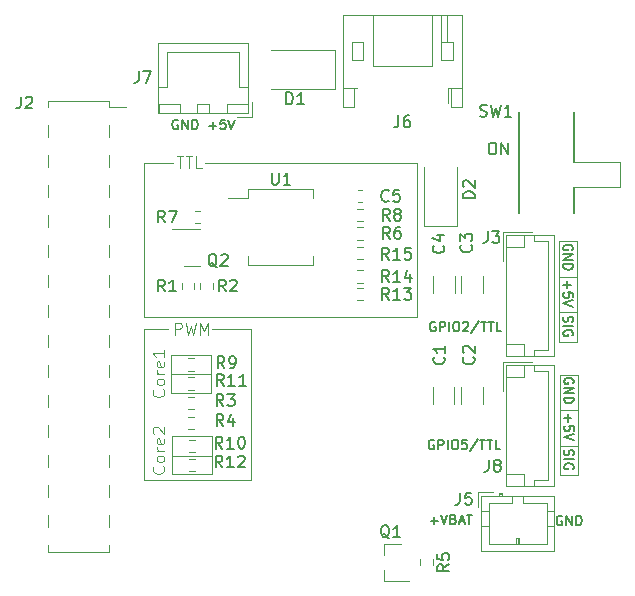
<source format=gbr>
%TF.GenerationSoftware,KiCad,Pcbnew,7.0.7-7.0.7~ubuntu23.04.1*%
%TF.CreationDate,2023-09-19T04:43:30+00:00*%
%TF.ProjectId,m5-pantilt,6d352d70-616e-4746-996c-742e6b696361,1*%
%TF.SameCoordinates,Original*%
%TF.FileFunction,Legend,Top*%
%TF.FilePolarity,Positive*%
%FSLAX46Y46*%
G04 Gerber Fmt 4.6, Leading zero omitted, Abs format (unit mm)*
G04 Created by KiCad (PCBNEW 7.0.7-7.0.7~ubuntu23.04.1) date 2023-09-19 04:43:30*
%MOMM*%
%LPD*%
G01*
G04 APERTURE LIST*
%ADD10C,0.120000*%
%ADD11C,0.150000*%
%ADD12C,0.125000*%
%ADD13C,0.100000*%
G04 APERTURE END LIST*
D10*
X146900000Y-67800000D02*
X146900000Y-76300000D01*
X146900000Y-76300000D02*
X148400000Y-76300000D01*
X148400000Y-67800000D02*
X146900000Y-67800000D01*
X148400000Y-70800000D02*
X146900000Y-70800000D01*
X148400000Y-73800000D02*
X146900000Y-73800000D01*
X148400000Y-67800000D02*
X148400000Y-76300000D01*
X114050000Y-84300000D02*
X117450000Y-84300000D01*
X114050000Y-85950000D02*
X117450000Y-85950000D01*
X117450000Y-87550000D02*
X114050000Y-87550000D01*
X117450000Y-84300000D02*
X117450000Y-87550000D01*
X114050000Y-87550000D02*
X114050000Y-84300000D01*
X114000000Y-80650000D02*
X114000000Y-77400000D01*
X114000000Y-79050000D02*
X117400000Y-79050000D01*
X114000000Y-77400000D02*
X117400000Y-77400000D01*
X117400000Y-80650000D02*
X114000000Y-80650000D01*
X117400000Y-77400000D02*
X117400000Y-80650000D01*
X111750000Y-74250000D02*
X111750000Y-61150000D01*
X111750000Y-88000000D02*
X111750000Y-75200000D01*
X148450000Y-79100000D02*
X148450000Y-87600000D01*
X117500000Y-75200000D02*
X120750000Y-75200000D01*
X148450000Y-85100000D02*
X146950000Y-85100000D01*
X111750000Y-74250000D02*
X134800000Y-74250000D01*
X148450000Y-82100000D02*
X146950000Y-82100000D01*
X120750000Y-88000000D02*
X120750000Y-75200000D01*
X116850000Y-61150000D02*
X134850000Y-61150000D01*
X111750000Y-61150000D02*
X114200000Y-61150000D01*
X146950000Y-79100000D02*
X146950000Y-87600000D01*
X148450000Y-79100000D02*
X146950000Y-79100000D01*
X134800000Y-74250000D02*
X134850000Y-61150000D01*
X111750000Y-88000000D02*
X120750000Y-88000000D01*
X111750000Y-75200000D02*
X113750000Y-75200000D01*
X146950000Y-87600000D02*
X148450000Y-87600000D01*
D11*
X136266666Y-84650390D02*
X136190476Y-84612295D01*
X136190476Y-84612295D02*
X136076190Y-84612295D01*
X136076190Y-84612295D02*
X135961904Y-84650390D01*
X135961904Y-84650390D02*
X135885714Y-84726580D01*
X135885714Y-84726580D02*
X135847619Y-84802771D01*
X135847619Y-84802771D02*
X135809523Y-84955152D01*
X135809523Y-84955152D02*
X135809523Y-85069438D01*
X135809523Y-85069438D02*
X135847619Y-85221819D01*
X135847619Y-85221819D02*
X135885714Y-85298009D01*
X135885714Y-85298009D02*
X135961904Y-85374200D01*
X135961904Y-85374200D02*
X136076190Y-85412295D01*
X136076190Y-85412295D02*
X136152381Y-85412295D01*
X136152381Y-85412295D02*
X136266666Y-85374200D01*
X136266666Y-85374200D02*
X136304762Y-85336104D01*
X136304762Y-85336104D02*
X136304762Y-85069438D01*
X136304762Y-85069438D02*
X136152381Y-85069438D01*
X136647619Y-85412295D02*
X136647619Y-84612295D01*
X136647619Y-84612295D02*
X136952381Y-84612295D01*
X136952381Y-84612295D02*
X137028571Y-84650390D01*
X137028571Y-84650390D02*
X137066666Y-84688485D01*
X137066666Y-84688485D02*
X137104762Y-84764676D01*
X137104762Y-84764676D02*
X137104762Y-84878961D01*
X137104762Y-84878961D02*
X137066666Y-84955152D01*
X137066666Y-84955152D02*
X137028571Y-84993247D01*
X137028571Y-84993247D02*
X136952381Y-85031342D01*
X136952381Y-85031342D02*
X136647619Y-85031342D01*
X137447619Y-85412295D02*
X137447619Y-84612295D01*
X137980952Y-84612295D02*
X138133333Y-84612295D01*
X138133333Y-84612295D02*
X138209523Y-84650390D01*
X138209523Y-84650390D02*
X138285714Y-84726580D01*
X138285714Y-84726580D02*
X138323809Y-84878961D01*
X138323809Y-84878961D02*
X138323809Y-85145628D01*
X138323809Y-85145628D02*
X138285714Y-85298009D01*
X138285714Y-85298009D02*
X138209523Y-85374200D01*
X138209523Y-85374200D02*
X138133333Y-85412295D01*
X138133333Y-85412295D02*
X137980952Y-85412295D01*
X137980952Y-85412295D02*
X137904761Y-85374200D01*
X137904761Y-85374200D02*
X137828571Y-85298009D01*
X137828571Y-85298009D02*
X137790475Y-85145628D01*
X137790475Y-85145628D02*
X137790475Y-84878961D01*
X137790475Y-84878961D02*
X137828571Y-84726580D01*
X137828571Y-84726580D02*
X137904761Y-84650390D01*
X137904761Y-84650390D02*
X137980952Y-84612295D01*
X139047618Y-84612295D02*
X138666666Y-84612295D01*
X138666666Y-84612295D02*
X138628570Y-84993247D01*
X138628570Y-84993247D02*
X138666666Y-84955152D01*
X138666666Y-84955152D02*
X138742856Y-84917057D01*
X138742856Y-84917057D02*
X138933332Y-84917057D01*
X138933332Y-84917057D02*
X139009523Y-84955152D01*
X139009523Y-84955152D02*
X139047618Y-84993247D01*
X139047618Y-84993247D02*
X139085713Y-85069438D01*
X139085713Y-85069438D02*
X139085713Y-85259914D01*
X139085713Y-85259914D02*
X139047618Y-85336104D01*
X139047618Y-85336104D02*
X139009523Y-85374200D01*
X139009523Y-85374200D02*
X138933332Y-85412295D01*
X138933332Y-85412295D02*
X138742856Y-85412295D01*
X138742856Y-85412295D02*
X138666666Y-85374200D01*
X138666666Y-85374200D02*
X138628570Y-85336104D01*
X139999999Y-84574200D02*
X139314285Y-85602771D01*
X140152380Y-84612295D02*
X140609523Y-84612295D01*
X140380951Y-85412295D02*
X140380951Y-84612295D01*
X140761904Y-84612295D02*
X141219047Y-84612295D01*
X140990475Y-85412295D02*
X140990475Y-84612295D01*
X141866666Y-85412295D02*
X141485714Y-85412295D01*
X141485714Y-85412295D02*
X141485714Y-84612295D01*
D12*
X113360880Y-80357143D02*
X113408500Y-80404762D01*
X113408500Y-80404762D02*
X113456119Y-80547619D01*
X113456119Y-80547619D02*
X113456119Y-80642857D01*
X113456119Y-80642857D02*
X113408500Y-80785714D01*
X113408500Y-80785714D02*
X113313261Y-80880952D01*
X113313261Y-80880952D02*
X113218023Y-80928571D01*
X113218023Y-80928571D02*
X113027547Y-80976190D01*
X113027547Y-80976190D02*
X112884690Y-80976190D01*
X112884690Y-80976190D02*
X112694214Y-80928571D01*
X112694214Y-80928571D02*
X112598976Y-80880952D01*
X112598976Y-80880952D02*
X112503738Y-80785714D01*
X112503738Y-80785714D02*
X112456119Y-80642857D01*
X112456119Y-80642857D02*
X112456119Y-80547619D01*
X112456119Y-80547619D02*
X112503738Y-80404762D01*
X112503738Y-80404762D02*
X112551357Y-80357143D01*
X113456119Y-79785714D02*
X113408500Y-79880952D01*
X113408500Y-79880952D02*
X113360880Y-79928571D01*
X113360880Y-79928571D02*
X113265642Y-79976190D01*
X113265642Y-79976190D02*
X112979928Y-79976190D01*
X112979928Y-79976190D02*
X112884690Y-79928571D01*
X112884690Y-79928571D02*
X112837071Y-79880952D01*
X112837071Y-79880952D02*
X112789452Y-79785714D01*
X112789452Y-79785714D02*
X112789452Y-79642857D01*
X112789452Y-79642857D02*
X112837071Y-79547619D01*
X112837071Y-79547619D02*
X112884690Y-79500000D01*
X112884690Y-79500000D02*
X112979928Y-79452381D01*
X112979928Y-79452381D02*
X113265642Y-79452381D01*
X113265642Y-79452381D02*
X113360880Y-79500000D01*
X113360880Y-79500000D02*
X113408500Y-79547619D01*
X113408500Y-79547619D02*
X113456119Y-79642857D01*
X113456119Y-79642857D02*
X113456119Y-79785714D01*
X113456119Y-79023809D02*
X112789452Y-79023809D01*
X112979928Y-79023809D02*
X112884690Y-78976190D01*
X112884690Y-78976190D02*
X112837071Y-78928571D01*
X112837071Y-78928571D02*
X112789452Y-78833333D01*
X112789452Y-78833333D02*
X112789452Y-78738095D01*
X113408500Y-78023809D02*
X113456119Y-78119047D01*
X113456119Y-78119047D02*
X113456119Y-78309523D01*
X113456119Y-78309523D02*
X113408500Y-78404761D01*
X113408500Y-78404761D02*
X113313261Y-78452380D01*
X113313261Y-78452380D02*
X112932309Y-78452380D01*
X112932309Y-78452380D02*
X112837071Y-78404761D01*
X112837071Y-78404761D02*
X112789452Y-78309523D01*
X112789452Y-78309523D02*
X112789452Y-78119047D01*
X112789452Y-78119047D02*
X112837071Y-78023809D01*
X112837071Y-78023809D02*
X112932309Y-77976190D01*
X112932309Y-77976190D02*
X113027547Y-77976190D01*
X113027547Y-77976190D02*
X113122785Y-78452380D01*
X113456119Y-77023809D02*
X113456119Y-77595237D01*
X113456119Y-77309523D02*
X112456119Y-77309523D01*
X112456119Y-77309523D02*
X112598976Y-77404761D01*
X112598976Y-77404761D02*
X112694214Y-77499999D01*
X112694214Y-77499999D02*
X112741833Y-77595237D01*
X113360880Y-86857143D02*
X113408500Y-86904762D01*
X113408500Y-86904762D02*
X113456119Y-87047619D01*
X113456119Y-87047619D02*
X113456119Y-87142857D01*
X113456119Y-87142857D02*
X113408500Y-87285714D01*
X113408500Y-87285714D02*
X113313261Y-87380952D01*
X113313261Y-87380952D02*
X113218023Y-87428571D01*
X113218023Y-87428571D02*
X113027547Y-87476190D01*
X113027547Y-87476190D02*
X112884690Y-87476190D01*
X112884690Y-87476190D02*
X112694214Y-87428571D01*
X112694214Y-87428571D02*
X112598976Y-87380952D01*
X112598976Y-87380952D02*
X112503738Y-87285714D01*
X112503738Y-87285714D02*
X112456119Y-87142857D01*
X112456119Y-87142857D02*
X112456119Y-87047619D01*
X112456119Y-87047619D02*
X112503738Y-86904762D01*
X112503738Y-86904762D02*
X112551357Y-86857143D01*
X113456119Y-86285714D02*
X113408500Y-86380952D01*
X113408500Y-86380952D02*
X113360880Y-86428571D01*
X113360880Y-86428571D02*
X113265642Y-86476190D01*
X113265642Y-86476190D02*
X112979928Y-86476190D01*
X112979928Y-86476190D02*
X112884690Y-86428571D01*
X112884690Y-86428571D02*
X112837071Y-86380952D01*
X112837071Y-86380952D02*
X112789452Y-86285714D01*
X112789452Y-86285714D02*
X112789452Y-86142857D01*
X112789452Y-86142857D02*
X112837071Y-86047619D01*
X112837071Y-86047619D02*
X112884690Y-86000000D01*
X112884690Y-86000000D02*
X112979928Y-85952381D01*
X112979928Y-85952381D02*
X113265642Y-85952381D01*
X113265642Y-85952381D02*
X113360880Y-86000000D01*
X113360880Y-86000000D02*
X113408500Y-86047619D01*
X113408500Y-86047619D02*
X113456119Y-86142857D01*
X113456119Y-86142857D02*
X113456119Y-86285714D01*
X113456119Y-85523809D02*
X112789452Y-85523809D01*
X112979928Y-85523809D02*
X112884690Y-85476190D01*
X112884690Y-85476190D02*
X112837071Y-85428571D01*
X112837071Y-85428571D02*
X112789452Y-85333333D01*
X112789452Y-85333333D02*
X112789452Y-85238095D01*
X113408500Y-84523809D02*
X113456119Y-84619047D01*
X113456119Y-84619047D02*
X113456119Y-84809523D01*
X113456119Y-84809523D02*
X113408500Y-84904761D01*
X113408500Y-84904761D02*
X113313261Y-84952380D01*
X113313261Y-84952380D02*
X112932309Y-84952380D01*
X112932309Y-84952380D02*
X112837071Y-84904761D01*
X112837071Y-84904761D02*
X112789452Y-84809523D01*
X112789452Y-84809523D02*
X112789452Y-84619047D01*
X112789452Y-84619047D02*
X112837071Y-84523809D01*
X112837071Y-84523809D02*
X112932309Y-84476190D01*
X112932309Y-84476190D02*
X113027547Y-84476190D01*
X113027547Y-84476190D02*
X113122785Y-84952380D01*
X112551357Y-84095237D02*
X112503738Y-84047618D01*
X112503738Y-84047618D02*
X112456119Y-83952380D01*
X112456119Y-83952380D02*
X112456119Y-83714285D01*
X112456119Y-83714285D02*
X112503738Y-83619047D01*
X112503738Y-83619047D02*
X112551357Y-83571428D01*
X112551357Y-83571428D02*
X112646595Y-83523809D01*
X112646595Y-83523809D02*
X112741833Y-83523809D01*
X112741833Y-83523809D02*
X112884690Y-83571428D01*
X112884690Y-83571428D02*
X113456119Y-84142856D01*
X113456119Y-84142856D02*
X113456119Y-83523809D01*
D11*
X147999609Y-68540476D02*
X148037704Y-68464286D01*
X148037704Y-68464286D02*
X148037704Y-68350000D01*
X148037704Y-68350000D02*
X147999609Y-68235714D01*
X147999609Y-68235714D02*
X147923419Y-68159524D01*
X147923419Y-68159524D02*
X147847228Y-68121429D01*
X147847228Y-68121429D02*
X147694847Y-68083333D01*
X147694847Y-68083333D02*
X147580561Y-68083333D01*
X147580561Y-68083333D02*
X147428180Y-68121429D01*
X147428180Y-68121429D02*
X147351990Y-68159524D01*
X147351990Y-68159524D02*
X147275800Y-68235714D01*
X147275800Y-68235714D02*
X147237704Y-68350000D01*
X147237704Y-68350000D02*
X147237704Y-68426191D01*
X147237704Y-68426191D02*
X147275800Y-68540476D01*
X147275800Y-68540476D02*
X147313895Y-68578572D01*
X147313895Y-68578572D02*
X147580561Y-68578572D01*
X147580561Y-68578572D02*
X147580561Y-68426191D01*
X147237704Y-68921429D02*
X148037704Y-68921429D01*
X148037704Y-68921429D02*
X147237704Y-69378572D01*
X147237704Y-69378572D02*
X148037704Y-69378572D01*
X147237704Y-69759524D02*
X148037704Y-69759524D01*
X148037704Y-69759524D02*
X148037704Y-69950000D01*
X148037704Y-69950000D02*
X147999609Y-70064286D01*
X147999609Y-70064286D02*
X147923419Y-70140476D01*
X147923419Y-70140476D02*
X147847228Y-70178571D01*
X147847228Y-70178571D02*
X147694847Y-70216667D01*
X147694847Y-70216667D02*
X147580561Y-70216667D01*
X147580561Y-70216667D02*
X147428180Y-70178571D01*
X147428180Y-70178571D02*
X147351990Y-70140476D01*
X147351990Y-70140476D02*
X147275800Y-70064286D01*
X147275800Y-70064286D02*
X147237704Y-69950000D01*
X147237704Y-69950000D02*
X147237704Y-69759524D01*
X147542466Y-71169048D02*
X147542466Y-71778572D01*
X147237704Y-71473810D02*
X147847228Y-71473810D01*
X148037704Y-72540476D02*
X148037704Y-72159524D01*
X148037704Y-72159524D02*
X147656752Y-72121428D01*
X147656752Y-72121428D02*
X147694847Y-72159524D01*
X147694847Y-72159524D02*
X147732942Y-72235714D01*
X147732942Y-72235714D02*
X147732942Y-72426190D01*
X147732942Y-72426190D02*
X147694847Y-72502381D01*
X147694847Y-72502381D02*
X147656752Y-72540476D01*
X147656752Y-72540476D02*
X147580561Y-72578571D01*
X147580561Y-72578571D02*
X147390085Y-72578571D01*
X147390085Y-72578571D02*
X147313895Y-72540476D01*
X147313895Y-72540476D02*
X147275800Y-72502381D01*
X147275800Y-72502381D02*
X147237704Y-72426190D01*
X147237704Y-72426190D02*
X147237704Y-72235714D01*
X147237704Y-72235714D02*
X147275800Y-72159524D01*
X147275800Y-72159524D02*
X147313895Y-72121428D01*
X148037704Y-72807143D02*
X147237704Y-73073810D01*
X147237704Y-73073810D02*
X148037704Y-73340476D01*
X147275800Y-74178571D02*
X147237704Y-74292857D01*
X147237704Y-74292857D02*
X147237704Y-74483333D01*
X147237704Y-74483333D02*
X147275800Y-74559524D01*
X147275800Y-74559524D02*
X147313895Y-74597619D01*
X147313895Y-74597619D02*
X147390085Y-74635714D01*
X147390085Y-74635714D02*
X147466276Y-74635714D01*
X147466276Y-74635714D02*
X147542466Y-74597619D01*
X147542466Y-74597619D02*
X147580561Y-74559524D01*
X147580561Y-74559524D02*
X147618657Y-74483333D01*
X147618657Y-74483333D02*
X147656752Y-74330952D01*
X147656752Y-74330952D02*
X147694847Y-74254762D01*
X147694847Y-74254762D02*
X147732942Y-74216667D01*
X147732942Y-74216667D02*
X147809133Y-74178571D01*
X147809133Y-74178571D02*
X147885323Y-74178571D01*
X147885323Y-74178571D02*
X147961514Y-74216667D01*
X147961514Y-74216667D02*
X147999609Y-74254762D01*
X147999609Y-74254762D02*
X148037704Y-74330952D01*
X148037704Y-74330952D02*
X148037704Y-74521429D01*
X148037704Y-74521429D02*
X147999609Y-74635714D01*
X147237704Y-74978572D02*
X148037704Y-74978572D01*
X147999609Y-75778571D02*
X148037704Y-75702381D01*
X148037704Y-75702381D02*
X148037704Y-75588095D01*
X148037704Y-75588095D02*
X147999609Y-75473809D01*
X147999609Y-75473809D02*
X147923419Y-75397619D01*
X147923419Y-75397619D02*
X147847228Y-75359524D01*
X147847228Y-75359524D02*
X147694847Y-75321428D01*
X147694847Y-75321428D02*
X147580561Y-75321428D01*
X147580561Y-75321428D02*
X147428180Y-75359524D01*
X147428180Y-75359524D02*
X147351990Y-75397619D01*
X147351990Y-75397619D02*
X147275800Y-75473809D01*
X147275800Y-75473809D02*
X147237704Y-75588095D01*
X147237704Y-75588095D02*
X147237704Y-75664286D01*
X147237704Y-75664286D02*
X147275800Y-75778571D01*
X147275800Y-75778571D02*
X147313895Y-75816667D01*
X147313895Y-75816667D02*
X147580561Y-75816667D01*
X147580561Y-75816667D02*
X147580561Y-75664286D01*
X114590476Y-57550390D02*
X114514286Y-57512295D01*
X114514286Y-57512295D02*
X114400000Y-57512295D01*
X114400000Y-57512295D02*
X114285714Y-57550390D01*
X114285714Y-57550390D02*
X114209524Y-57626580D01*
X114209524Y-57626580D02*
X114171429Y-57702771D01*
X114171429Y-57702771D02*
X114133333Y-57855152D01*
X114133333Y-57855152D02*
X114133333Y-57969438D01*
X114133333Y-57969438D02*
X114171429Y-58121819D01*
X114171429Y-58121819D02*
X114209524Y-58198009D01*
X114209524Y-58198009D02*
X114285714Y-58274200D01*
X114285714Y-58274200D02*
X114400000Y-58312295D01*
X114400000Y-58312295D02*
X114476191Y-58312295D01*
X114476191Y-58312295D02*
X114590476Y-58274200D01*
X114590476Y-58274200D02*
X114628572Y-58236104D01*
X114628572Y-58236104D02*
X114628572Y-57969438D01*
X114628572Y-57969438D02*
X114476191Y-57969438D01*
X114971429Y-58312295D02*
X114971429Y-57512295D01*
X114971429Y-57512295D02*
X115428572Y-58312295D01*
X115428572Y-58312295D02*
X115428572Y-57512295D01*
X115809524Y-58312295D02*
X115809524Y-57512295D01*
X115809524Y-57512295D02*
X116000000Y-57512295D01*
X116000000Y-57512295D02*
X116114286Y-57550390D01*
X116114286Y-57550390D02*
X116190476Y-57626580D01*
X116190476Y-57626580D02*
X116228571Y-57702771D01*
X116228571Y-57702771D02*
X116266667Y-57855152D01*
X116266667Y-57855152D02*
X116266667Y-57969438D01*
X116266667Y-57969438D02*
X116228571Y-58121819D01*
X116228571Y-58121819D02*
X116190476Y-58198009D01*
X116190476Y-58198009D02*
X116114286Y-58274200D01*
X116114286Y-58274200D02*
X116000000Y-58312295D01*
X116000000Y-58312295D02*
X115809524Y-58312295D01*
X141130952Y-59454819D02*
X141321428Y-59454819D01*
X141321428Y-59454819D02*
X141416666Y-59502438D01*
X141416666Y-59502438D02*
X141511904Y-59597676D01*
X141511904Y-59597676D02*
X141559523Y-59788152D01*
X141559523Y-59788152D02*
X141559523Y-60121485D01*
X141559523Y-60121485D02*
X141511904Y-60311961D01*
X141511904Y-60311961D02*
X141416666Y-60407200D01*
X141416666Y-60407200D02*
X141321428Y-60454819D01*
X141321428Y-60454819D02*
X141130952Y-60454819D01*
X141130952Y-60454819D02*
X141035714Y-60407200D01*
X141035714Y-60407200D02*
X140940476Y-60311961D01*
X140940476Y-60311961D02*
X140892857Y-60121485D01*
X140892857Y-60121485D02*
X140892857Y-59788152D01*
X140892857Y-59788152D02*
X140940476Y-59597676D01*
X140940476Y-59597676D02*
X141035714Y-59502438D01*
X141035714Y-59502438D02*
X141130952Y-59454819D01*
X141988095Y-60454819D02*
X141988095Y-59454819D01*
X141988095Y-59454819D02*
X142559523Y-60454819D01*
X142559523Y-60454819D02*
X142559523Y-59454819D01*
D12*
X114478571Y-60606119D02*
X115049999Y-60606119D01*
X114764285Y-61606119D02*
X114764285Y-60606119D01*
X115240476Y-60606119D02*
X115811904Y-60606119D01*
X115526190Y-61606119D02*
X115526190Y-60606119D01*
X116621428Y-61606119D02*
X116145238Y-61606119D01*
X116145238Y-61606119D02*
X116145238Y-60606119D01*
D11*
X117221429Y-58007533D02*
X117830953Y-58007533D01*
X117526191Y-58312295D02*
X117526191Y-57702771D01*
X118592857Y-57512295D02*
X118211905Y-57512295D01*
X118211905Y-57512295D02*
X118173809Y-57893247D01*
X118173809Y-57893247D02*
X118211905Y-57855152D01*
X118211905Y-57855152D02*
X118288095Y-57817057D01*
X118288095Y-57817057D02*
X118478571Y-57817057D01*
X118478571Y-57817057D02*
X118554762Y-57855152D01*
X118554762Y-57855152D02*
X118592857Y-57893247D01*
X118592857Y-57893247D02*
X118630952Y-57969438D01*
X118630952Y-57969438D02*
X118630952Y-58159914D01*
X118630952Y-58159914D02*
X118592857Y-58236104D01*
X118592857Y-58236104D02*
X118554762Y-58274200D01*
X118554762Y-58274200D02*
X118478571Y-58312295D01*
X118478571Y-58312295D02*
X118288095Y-58312295D01*
X118288095Y-58312295D02*
X118211905Y-58274200D01*
X118211905Y-58274200D02*
X118173809Y-58236104D01*
X118859524Y-57512295D02*
X119126191Y-58312295D01*
X119126191Y-58312295D02*
X119392857Y-57512295D01*
X136366666Y-74650390D02*
X136290476Y-74612295D01*
X136290476Y-74612295D02*
X136176190Y-74612295D01*
X136176190Y-74612295D02*
X136061904Y-74650390D01*
X136061904Y-74650390D02*
X135985714Y-74726580D01*
X135985714Y-74726580D02*
X135947619Y-74802771D01*
X135947619Y-74802771D02*
X135909523Y-74955152D01*
X135909523Y-74955152D02*
X135909523Y-75069438D01*
X135909523Y-75069438D02*
X135947619Y-75221819D01*
X135947619Y-75221819D02*
X135985714Y-75298009D01*
X135985714Y-75298009D02*
X136061904Y-75374200D01*
X136061904Y-75374200D02*
X136176190Y-75412295D01*
X136176190Y-75412295D02*
X136252381Y-75412295D01*
X136252381Y-75412295D02*
X136366666Y-75374200D01*
X136366666Y-75374200D02*
X136404762Y-75336104D01*
X136404762Y-75336104D02*
X136404762Y-75069438D01*
X136404762Y-75069438D02*
X136252381Y-75069438D01*
X136747619Y-75412295D02*
X136747619Y-74612295D01*
X136747619Y-74612295D02*
X137052381Y-74612295D01*
X137052381Y-74612295D02*
X137128571Y-74650390D01*
X137128571Y-74650390D02*
X137166666Y-74688485D01*
X137166666Y-74688485D02*
X137204762Y-74764676D01*
X137204762Y-74764676D02*
X137204762Y-74878961D01*
X137204762Y-74878961D02*
X137166666Y-74955152D01*
X137166666Y-74955152D02*
X137128571Y-74993247D01*
X137128571Y-74993247D02*
X137052381Y-75031342D01*
X137052381Y-75031342D02*
X136747619Y-75031342D01*
X137547619Y-75412295D02*
X137547619Y-74612295D01*
X138080952Y-74612295D02*
X138233333Y-74612295D01*
X138233333Y-74612295D02*
X138309523Y-74650390D01*
X138309523Y-74650390D02*
X138385714Y-74726580D01*
X138385714Y-74726580D02*
X138423809Y-74878961D01*
X138423809Y-74878961D02*
X138423809Y-75145628D01*
X138423809Y-75145628D02*
X138385714Y-75298009D01*
X138385714Y-75298009D02*
X138309523Y-75374200D01*
X138309523Y-75374200D02*
X138233333Y-75412295D01*
X138233333Y-75412295D02*
X138080952Y-75412295D01*
X138080952Y-75412295D02*
X138004761Y-75374200D01*
X138004761Y-75374200D02*
X137928571Y-75298009D01*
X137928571Y-75298009D02*
X137890475Y-75145628D01*
X137890475Y-75145628D02*
X137890475Y-74878961D01*
X137890475Y-74878961D02*
X137928571Y-74726580D01*
X137928571Y-74726580D02*
X138004761Y-74650390D01*
X138004761Y-74650390D02*
X138080952Y-74612295D01*
X138728570Y-74688485D02*
X138766666Y-74650390D01*
X138766666Y-74650390D02*
X138842856Y-74612295D01*
X138842856Y-74612295D02*
X139033332Y-74612295D01*
X139033332Y-74612295D02*
X139109523Y-74650390D01*
X139109523Y-74650390D02*
X139147618Y-74688485D01*
X139147618Y-74688485D02*
X139185713Y-74764676D01*
X139185713Y-74764676D02*
X139185713Y-74840866D01*
X139185713Y-74840866D02*
X139147618Y-74955152D01*
X139147618Y-74955152D02*
X138690475Y-75412295D01*
X138690475Y-75412295D02*
X139185713Y-75412295D01*
X140099999Y-74574200D02*
X139414285Y-75602771D01*
X140252380Y-74612295D02*
X140709523Y-74612295D01*
X140480951Y-75412295D02*
X140480951Y-74612295D01*
X140861904Y-74612295D02*
X141319047Y-74612295D01*
X141090475Y-75412295D02*
X141090475Y-74612295D01*
X141966666Y-75412295D02*
X141585714Y-75412295D01*
X141585714Y-75412295D02*
X141585714Y-74612295D01*
X147108207Y-91100390D02*
X147032017Y-91062295D01*
X147032017Y-91062295D02*
X146917731Y-91062295D01*
X146917731Y-91062295D02*
X146803445Y-91100390D01*
X146803445Y-91100390D02*
X146727255Y-91176580D01*
X146727255Y-91176580D02*
X146689160Y-91252771D01*
X146689160Y-91252771D02*
X146651064Y-91405152D01*
X146651064Y-91405152D02*
X146651064Y-91519438D01*
X146651064Y-91519438D02*
X146689160Y-91671819D01*
X146689160Y-91671819D02*
X146727255Y-91748009D01*
X146727255Y-91748009D02*
X146803445Y-91824200D01*
X146803445Y-91824200D02*
X146917731Y-91862295D01*
X146917731Y-91862295D02*
X146993922Y-91862295D01*
X146993922Y-91862295D02*
X147108207Y-91824200D01*
X147108207Y-91824200D02*
X147146303Y-91786104D01*
X147146303Y-91786104D02*
X147146303Y-91519438D01*
X147146303Y-91519438D02*
X146993922Y-91519438D01*
X147489160Y-91862295D02*
X147489160Y-91062295D01*
X147489160Y-91062295D02*
X147946303Y-91862295D01*
X147946303Y-91862295D02*
X147946303Y-91062295D01*
X148327255Y-91862295D02*
X148327255Y-91062295D01*
X148327255Y-91062295D02*
X148517731Y-91062295D01*
X148517731Y-91062295D02*
X148632017Y-91100390D01*
X148632017Y-91100390D02*
X148708207Y-91176580D01*
X148708207Y-91176580D02*
X148746302Y-91252771D01*
X148746302Y-91252771D02*
X148784398Y-91405152D01*
X148784398Y-91405152D02*
X148784398Y-91519438D01*
X148784398Y-91519438D02*
X148746302Y-91671819D01*
X148746302Y-91671819D02*
X148708207Y-91748009D01*
X148708207Y-91748009D02*
X148632017Y-91824200D01*
X148632017Y-91824200D02*
X148517731Y-91862295D01*
X148517731Y-91862295D02*
X148327255Y-91862295D01*
X135989160Y-91457533D02*
X136598684Y-91457533D01*
X136293922Y-91762295D02*
X136293922Y-91152771D01*
X136865350Y-90962295D02*
X137132017Y-91762295D01*
X137132017Y-91762295D02*
X137398683Y-90962295D01*
X137932016Y-91343247D02*
X138046302Y-91381342D01*
X138046302Y-91381342D02*
X138084397Y-91419438D01*
X138084397Y-91419438D02*
X138122493Y-91495628D01*
X138122493Y-91495628D02*
X138122493Y-91609914D01*
X138122493Y-91609914D02*
X138084397Y-91686104D01*
X138084397Y-91686104D02*
X138046302Y-91724200D01*
X138046302Y-91724200D02*
X137970112Y-91762295D01*
X137970112Y-91762295D02*
X137665350Y-91762295D01*
X137665350Y-91762295D02*
X137665350Y-90962295D01*
X137665350Y-90962295D02*
X137932016Y-90962295D01*
X137932016Y-90962295D02*
X138008207Y-91000390D01*
X138008207Y-91000390D02*
X138046302Y-91038485D01*
X138046302Y-91038485D02*
X138084397Y-91114676D01*
X138084397Y-91114676D02*
X138084397Y-91190866D01*
X138084397Y-91190866D02*
X138046302Y-91267057D01*
X138046302Y-91267057D02*
X138008207Y-91305152D01*
X138008207Y-91305152D02*
X137932016Y-91343247D01*
X137932016Y-91343247D02*
X137665350Y-91343247D01*
X138427254Y-91533723D02*
X138808207Y-91533723D01*
X138351064Y-91762295D02*
X138617731Y-90962295D01*
X138617731Y-90962295D02*
X138884397Y-91762295D01*
X139036778Y-90962295D02*
X139493921Y-90962295D01*
X139265349Y-91762295D02*
X139265349Y-90962295D01*
X148049609Y-79840476D02*
X148087704Y-79764286D01*
X148087704Y-79764286D02*
X148087704Y-79650000D01*
X148087704Y-79650000D02*
X148049609Y-79535714D01*
X148049609Y-79535714D02*
X147973419Y-79459524D01*
X147973419Y-79459524D02*
X147897228Y-79421429D01*
X147897228Y-79421429D02*
X147744847Y-79383333D01*
X147744847Y-79383333D02*
X147630561Y-79383333D01*
X147630561Y-79383333D02*
X147478180Y-79421429D01*
X147478180Y-79421429D02*
X147401990Y-79459524D01*
X147401990Y-79459524D02*
X147325800Y-79535714D01*
X147325800Y-79535714D02*
X147287704Y-79650000D01*
X147287704Y-79650000D02*
X147287704Y-79726191D01*
X147287704Y-79726191D02*
X147325800Y-79840476D01*
X147325800Y-79840476D02*
X147363895Y-79878572D01*
X147363895Y-79878572D02*
X147630561Y-79878572D01*
X147630561Y-79878572D02*
X147630561Y-79726191D01*
X147287704Y-80221429D02*
X148087704Y-80221429D01*
X148087704Y-80221429D02*
X147287704Y-80678572D01*
X147287704Y-80678572D02*
X148087704Y-80678572D01*
X147287704Y-81059524D02*
X148087704Y-81059524D01*
X148087704Y-81059524D02*
X148087704Y-81250000D01*
X148087704Y-81250000D02*
X148049609Y-81364286D01*
X148049609Y-81364286D02*
X147973419Y-81440476D01*
X147973419Y-81440476D02*
X147897228Y-81478571D01*
X147897228Y-81478571D02*
X147744847Y-81516667D01*
X147744847Y-81516667D02*
X147630561Y-81516667D01*
X147630561Y-81516667D02*
X147478180Y-81478571D01*
X147478180Y-81478571D02*
X147401990Y-81440476D01*
X147401990Y-81440476D02*
X147325800Y-81364286D01*
X147325800Y-81364286D02*
X147287704Y-81250000D01*
X147287704Y-81250000D02*
X147287704Y-81059524D01*
X147592466Y-82469048D02*
X147592466Y-83078572D01*
X147287704Y-82773810D02*
X147897228Y-82773810D01*
X148087704Y-83840476D02*
X148087704Y-83459524D01*
X148087704Y-83459524D02*
X147706752Y-83421428D01*
X147706752Y-83421428D02*
X147744847Y-83459524D01*
X147744847Y-83459524D02*
X147782942Y-83535714D01*
X147782942Y-83535714D02*
X147782942Y-83726190D01*
X147782942Y-83726190D02*
X147744847Y-83802381D01*
X147744847Y-83802381D02*
X147706752Y-83840476D01*
X147706752Y-83840476D02*
X147630561Y-83878571D01*
X147630561Y-83878571D02*
X147440085Y-83878571D01*
X147440085Y-83878571D02*
X147363895Y-83840476D01*
X147363895Y-83840476D02*
X147325800Y-83802381D01*
X147325800Y-83802381D02*
X147287704Y-83726190D01*
X147287704Y-83726190D02*
X147287704Y-83535714D01*
X147287704Y-83535714D02*
X147325800Y-83459524D01*
X147325800Y-83459524D02*
X147363895Y-83421428D01*
X148087704Y-84107143D02*
X147287704Y-84373810D01*
X147287704Y-84373810D02*
X148087704Y-84640476D01*
X147325800Y-85478571D02*
X147287704Y-85592857D01*
X147287704Y-85592857D02*
X147287704Y-85783333D01*
X147287704Y-85783333D02*
X147325800Y-85859524D01*
X147325800Y-85859524D02*
X147363895Y-85897619D01*
X147363895Y-85897619D02*
X147440085Y-85935714D01*
X147440085Y-85935714D02*
X147516276Y-85935714D01*
X147516276Y-85935714D02*
X147592466Y-85897619D01*
X147592466Y-85897619D02*
X147630561Y-85859524D01*
X147630561Y-85859524D02*
X147668657Y-85783333D01*
X147668657Y-85783333D02*
X147706752Y-85630952D01*
X147706752Y-85630952D02*
X147744847Y-85554762D01*
X147744847Y-85554762D02*
X147782942Y-85516667D01*
X147782942Y-85516667D02*
X147859133Y-85478571D01*
X147859133Y-85478571D02*
X147935323Y-85478571D01*
X147935323Y-85478571D02*
X148011514Y-85516667D01*
X148011514Y-85516667D02*
X148049609Y-85554762D01*
X148049609Y-85554762D02*
X148087704Y-85630952D01*
X148087704Y-85630952D02*
X148087704Y-85821429D01*
X148087704Y-85821429D02*
X148049609Y-85935714D01*
X147287704Y-86278572D02*
X148087704Y-86278572D01*
X148049609Y-87078571D02*
X148087704Y-87002381D01*
X148087704Y-87002381D02*
X148087704Y-86888095D01*
X148087704Y-86888095D02*
X148049609Y-86773809D01*
X148049609Y-86773809D02*
X147973419Y-86697619D01*
X147973419Y-86697619D02*
X147897228Y-86659524D01*
X147897228Y-86659524D02*
X147744847Y-86621428D01*
X147744847Y-86621428D02*
X147630561Y-86621428D01*
X147630561Y-86621428D02*
X147478180Y-86659524D01*
X147478180Y-86659524D02*
X147401990Y-86697619D01*
X147401990Y-86697619D02*
X147325800Y-86773809D01*
X147325800Y-86773809D02*
X147287704Y-86888095D01*
X147287704Y-86888095D02*
X147287704Y-86964286D01*
X147287704Y-86964286D02*
X147325800Y-87078571D01*
X147325800Y-87078571D02*
X147363895Y-87116667D01*
X147363895Y-87116667D02*
X147630561Y-87116667D01*
X147630561Y-87116667D02*
X147630561Y-86964286D01*
D12*
X114345238Y-75706119D02*
X114345238Y-74706119D01*
X114345238Y-74706119D02*
X114726190Y-74706119D01*
X114726190Y-74706119D02*
X114821428Y-74753738D01*
X114821428Y-74753738D02*
X114869047Y-74801357D01*
X114869047Y-74801357D02*
X114916666Y-74896595D01*
X114916666Y-74896595D02*
X114916666Y-75039452D01*
X114916666Y-75039452D02*
X114869047Y-75134690D01*
X114869047Y-75134690D02*
X114821428Y-75182309D01*
X114821428Y-75182309D02*
X114726190Y-75229928D01*
X114726190Y-75229928D02*
X114345238Y-75229928D01*
X115250000Y-74706119D02*
X115488095Y-75706119D01*
X115488095Y-75706119D02*
X115678571Y-74991833D01*
X115678571Y-74991833D02*
X115869047Y-75706119D01*
X115869047Y-75706119D02*
X116107143Y-74706119D01*
X116488095Y-75706119D02*
X116488095Y-74706119D01*
X116488095Y-74706119D02*
X116821428Y-75420404D01*
X116821428Y-75420404D02*
X117154761Y-74706119D01*
X117154761Y-74706119D02*
X117154761Y-75706119D01*
D11*
X133266666Y-57154819D02*
X133266666Y-57869104D01*
X133266666Y-57869104D02*
X133219047Y-58011961D01*
X133219047Y-58011961D02*
X133123809Y-58107200D01*
X133123809Y-58107200D02*
X132980952Y-58154819D01*
X132980952Y-58154819D02*
X132885714Y-58154819D01*
X134171428Y-57154819D02*
X133980952Y-57154819D01*
X133980952Y-57154819D02*
X133885714Y-57202438D01*
X133885714Y-57202438D02*
X133838095Y-57250057D01*
X133838095Y-57250057D02*
X133742857Y-57392914D01*
X133742857Y-57392914D02*
X133695238Y-57583390D01*
X133695238Y-57583390D02*
X133695238Y-57964342D01*
X133695238Y-57964342D02*
X133742857Y-58059580D01*
X133742857Y-58059580D02*
X133790476Y-58107200D01*
X133790476Y-58107200D02*
X133885714Y-58154819D01*
X133885714Y-58154819D02*
X134076190Y-58154819D01*
X134076190Y-58154819D02*
X134171428Y-58107200D01*
X134171428Y-58107200D02*
X134219047Y-58059580D01*
X134219047Y-58059580D02*
X134266666Y-57964342D01*
X134266666Y-57964342D02*
X134266666Y-57726247D01*
X134266666Y-57726247D02*
X134219047Y-57631009D01*
X134219047Y-57631009D02*
X134171428Y-57583390D01*
X134171428Y-57583390D02*
X134076190Y-57535771D01*
X134076190Y-57535771D02*
X133885714Y-57535771D01*
X133885714Y-57535771D02*
X133790476Y-57583390D01*
X133790476Y-57583390D02*
X133742857Y-57631009D01*
X133742857Y-57631009D02*
X133695238Y-57726247D01*
X138466666Y-89104819D02*
X138466666Y-89819104D01*
X138466666Y-89819104D02*
X138419047Y-89961961D01*
X138419047Y-89961961D02*
X138323809Y-90057200D01*
X138323809Y-90057200D02*
X138180952Y-90104819D01*
X138180952Y-90104819D02*
X138085714Y-90104819D01*
X139419047Y-89104819D02*
X138942857Y-89104819D01*
X138942857Y-89104819D02*
X138895238Y-89581009D01*
X138895238Y-89581009D02*
X138942857Y-89533390D01*
X138942857Y-89533390D02*
X139038095Y-89485771D01*
X139038095Y-89485771D02*
X139276190Y-89485771D01*
X139276190Y-89485771D02*
X139371428Y-89533390D01*
X139371428Y-89533390D02*
X139419047Y-89581009D01*
X139419047Y-89581009D02*
X139466666Y-89676247D01*
X139466666Y-89676247D02*
X139466666Y-89914342D01*
X139466666Y-89914342D02*
X139419047Y-90009580D01*
X139419047Y-90009580D02*
X139371428Y-90057200D01*
X139371428Y-90057200D02*
X139276190Y-90104819D01*
X139276190Y-90104819D02*
X139038095Y-90104819D01*
X139038095Y-90104819D02*
X138942857Y-90057200D01*
X138942857Y-90057200D02*
X138895238Y-90009580D01*
X118433333Y-81754819D02*
X118100000Y-81278628D01*
X117861905Y-81754819D02*
X117861905Y-80754819D01*
X117861905Y-80754819D02*
X118242857Y-80754819D01*
X118242857Y-80754819D02*
X118338095Y-80802438D01*
X118338095Y-80802438D02*
X118385714Y-80850057D01*
X118385714Y-80850057D02*
X118433333Y-80945295D01*
X118433333Y-80945295D02*
X118433333Y-81088152D01*
X118433333Y-81088152D02*
X118385714Y-81183390D01*
X118385714Y-81183390D02*
X118338095Y-81231009D01*
X118338095Y-81231009D02*
X118242857Y-81278628D01*
X118242857Y-81278628D02*
X117861905Y-81278628D01*
X118766667Y-80754819D02*
X119385714Y-80754819D01*
X119385714Y-80754819D02*
X119052381Y-81135771D01*
X119052381Y-81135771D02*
X119195238Y-81135771D01*
X119195238Y-81135771D02*
X119290476Y-81183390D01*
X119290476Y-81183390D02*
X119338095Y-81231009D01*
X119338095Y-81231009D02*
X119385714Y-81326247D01*
X119385714Y-81326247D02*
X119385714Y-81564342D01*
X119385714Y-81564342D02*
X119338095Y-81659580D01*
X119338095Y-81659580D02*
X119290476Y-81707200D01*
X119290476Y-81707200D02*
X119195238Y-81754819D01*
X119195238Y-81754819D02*
X118909524Y-81754819D01*
X118909524Y-81754819D02*
X118814286Y-81707200D01*
X118814286Y-81707200D02*
X118766667Y-81659580D01*
X118433333Y-83454819D02*
X118100000Y-82978628D01*
X117861905Y-83454819D02*
X117861905Y-82454819D01*
X117861905Y-82454819D02*
X118242857Y-82454819D01*
X118242857Y-82454819D02*
X118338095Y-82502438D01*
X118338095Y-82502438D02*
X118385714Y-82550057D01*
X118385714Y-82550057D02*
X118433333Y-82645295D01*
X118433333Y-82645295D02*
X118433333Y-82788152D01*
X118433333Y-82788152D02*
X118385714Y-82883390D01*
X118385714Y-82883390D02*
X118338095Y-82931009D01*
X118338095Y-82931009D02*
X118242857Y-82978628D01*
X118242857Y-82978628D02*
X117861905Y-82978628D01*
X119290476Y-82788152D02*
X119290476Y-83454819D01*
X119052381Y-82407200D02*
X118814286Y-83121485D01*
X118814286Y-83121485D02*
X119433333Y-83121485D01*
X111266666Y-53404819D02*
X111266666Y-54119104D01*
X111266666Y-54119104D02*
X111219047Y-54261961D01*
X111219047Y-54261961D02*
X111123809Y-54357200D01*
X111123809Y-54357200D02*
X110980952Y-54404819D01*
X110980952Y-54404819D02*
X110885714Y-54404819D01*
X111647619Y-53404819D02*
X112314285Y-53404819D01*
X112314285Y-53404819D02*
X111885714Y-54404819D01*
X139409580Y-68116666D02*
X139457200Y-68164285D01*
X139457200Y-68164285D02*
X139504819Y-68307142D01*
X139504819Y-68307142D02*
X139504819Y-68402380D01*
X139504819Y-68402380D02*
X139457200Y-68545237D01*
X139457200Y-68545237D02*
X139361961Y-68640475D01*
X139361961Y-68640475D02*
X139266723Y-68688094D01*
X139266723Y-68688094D02*
X139076247Y-68735713D01*
X139076247Y-68735713D02*
X138933390Y-68735713D01*
X138933390Y-68735713D02*
X138742914Y-68688094D01*
X138742914Y-68688094D02*
X138647676Y-68640475D01*
X138647676Y-68640475D02*
X138552438Y-68545237D01*
X138552438Y-68545237D02*
X138504819Y-68402380D01*
X138504819Y-68402380D02*
X138504819Y-68307142D01*
X138504819Y-68307142D02*
X138552438Y-68164285D01*
X138552438Y-68164285D02*
X138600057Y-68116666D01*
X138504819Y-67783332D02*
X138504819Y-67164285D01*
X138504819Y-67164285D02*
X138885771Y-67497618D01*
X138885771Y-67497618D02*
X138885771Y-67354761D01*
X138885771Y-67354761D02*
X138933390Y-67259523D01*
X138933390Y-67259523D02*
X138981009Y-67211904D01*
X138981009Y-67211904D02*
X139076247Y-67164285D01*
X139076247Y-67164285D02*
X139314342Y-67164285D01*
X139314342Y-67164285D02*
X139409580Y-67211904D01*
X139409580Y-67211904D02*
X139457200Y-67259523D01*
X139457200Y-67259523D02*
X139504819Y-67354761D01*
X139504819Y-67354761D02*
X139504819Y-67640475D01*
X139504819Y-67640475D02*
X139457200Y-67735713D01*
X139457200Y-67735713D02*
X139409580Y-67783332D01*
X137059580Y-68166666D02*
X137107200Y-68214285D01*
X137107200Y-68214285D02*
X137154819Y-68357142D01*
X137154819Y-68357142D02*
X137154819Y-68452380D01*
X137154819Y-68452380D02*
X137107200Y-68595237D01*
X137107200Y-68595237D02*
X137011961Y-68690475D01*
X137011961Y-68690475D02*
X136916723Y-68738094D01*
X136916723Y-68738094D02*
X136726247Y-68785713D01*
X136726247Y-68785713D02*
X136583390Y-68785713D01*
X136583390Y-68785713D02*
X136392914Y-68738094D01*
X136392914Y-68738094D02*
X136297676Y-68690475D01*
X136297676Y-68690475D02*
X136202438Y-68595237D01*
X136202438Y-68595237D02*
X136154819Y-68452380D01*
X136154819Y-68452380D02*
X136154819Y-68357142D01*
X136154819Y-68357142D02*
X136202438Y-68214285D01*
X136202438Y-68214285D02*
X136250057Y-68166666D01*
X136488152Y-67309523D02*
X137154819Y-67309523D01*
X136107200Y-67547618D02*
X136821485Y-67785713D01*
X136821485Y-67785713D02*
X136821485Y-67166666D01*
X137109580Y-77616666D02*
X137157200Y-77664285D01*
X137157200Y-77664285D02*
X137204819Y-77807142D01*
X137204819Y-77807142D02*
X137204819Y-77902380D01*
X137204819Y-77902380D02*
X137157200Y-78045237D01*
X137157200Y-78045237D02*
X137061961Y-78140475D01*
X137061961Y-78140475D02*
X136966723Y-78188094D01*
X136966723Y-78188094D02*
X136776247Y-78235713D01*
X136776247Y-78235713D02*
X136633390Y-78235713D01*
X136633390Y-78235713D02*
X136442914Y-78188094D01*
X136442914Y-78188094D02*
X136347676Y-78140475D01*
X136347676Y-78140475D02*
X136252438Y-78045237D01*
X136252438Y-78045237D02*
X136204819Y-77902380D01*
X136204819Y-77902380D02*
X136204819Y-77807142D01*
X136204819Y-77807142D02*
X136252438Y-77664285D01*
X136252438Y-77664285D02*
X136300057Y-77616666D01*
X137204819Y-76664285D02*
X137204819Y-77235713D01*
X137204819Y-76949999D02*
X136204819Y-76949999D01*
X136204819Y-76949999D02*
X136347676Y-77045237D01*
X136347676Y-77045237D02*
X136442914Y-77140475D01*
X136442914Y-77140475D02*
X136490533Y-77235713D01*
X140166667Y-57207200D02*
X140309524Y-57254819D01*
X140309524Y-57254819D02*
X140547619Y-57254819D01*
X140547619Y-57254819D02*
X140642857Y-57207200D01*
X140642857Y-57207200D02*
X140690476Y-57159580D01*
X140690476Y-57159580D02*
X140738095Y-57064342D01*
X140738095Y-57064342D02*
X140738095Y-56969104D01*
X140738095Y-56969104D02*
X140690476Y-56873866D01*
X140690476Y-56873866D02*
X140642857Y-56826247D01*
X140642857Y-56826247D02*
X140547619Y-56778628D01*
X140547619Y-56778628D02*
X140357143Y-56731009D01*
X140357143Y-56731009D02*
X140261905Y-56683390D01*
X140261905Y-56683390D02*
X140214286Y-56635771D01*
X140214286Y-56635771D02*
X140166667Y-56540533D01*
X140166667Y-56540533D02*
X140166667Y-56445295D01*
X140166667Y-56445295D02*
X140214286Y-56350057D01*
X140214286Y-56350057D02*
X140261905Y-56302438D01*
X140261905Y-56302438D02*
X140357143Y-56254819D01*
X140357143Y-56254819D02*
X140595238Y-56254819D01*
X140595238Y-56254819D02*
X140738095Y-56302438D01*
X141071429Y-56254819D02*
X141309524Y-57254819D01*
X141309524Y-57254819D02*
X141500000Y-56540533D01*
X141500000Y-56540533D02*
X141690476Y-57254819D01*
X141690476Y-57254819D02*
X141928572Y-56254819D01*
X142833333Y-57254819D02*
X142261905Y-57254819D01*
X142547619Y-57254819D02*
X142547619Y-56254819D01*
X142547619Y-56254819D02*
X142452381Y-56397676D01*
X142452381Y-56397676D02*
X142357143Y-56492914D01*
X142357143Y-56492914D02*
X142261905Y-56540533D01*
X132504761Y-92950057D02*
X132409523Y-92902438D01*
X132409523Y-92902438D02*
X132314285Y-92807200D01*
X132314285Y-92807200D02*
X132171428Y-92664342D01*
X132171428Y-92664342D02*
X132076190Y-92616723D01*
X132076190Y-92616723D02*
X131980952Y-92616723D01*
X132028571Y-92854819D02*
X131933333Y-92807200D01*
X131933333Y-92807200D02*
X131838095Y-92711961D01*
X131838095Y-92711961D02*
X131790476Y-92521485D01*
X131790476Y-92521485D02*
X131790476Y-92188152D01*
X131790476Y-92188152D02*
X131838095Y-91997676D01*
X131838095Y-91997676D02*
X131933333Y-91902438D01*
X131933333Y-91902438D02*
X132028571Y-91854819D01*
X132028571Y-91854819D02*
X132219047Y-91854819D01*
X132219047Y-91854819D02*
X132314285Y-91902438D01*
X132314285Y-91902438D02*
X132409523Y-91997676D01*
X132409523Y-91997676D02*
X132457142Y-92188152D01*
X132457142Y-92188152D02*
X132457142Y-92521485D01*
X132457142Y-92521485D02*
X132409523Y-92711961D01*
X132409523Y-92711961D02*
X132314285Y-92807200D01*
X132314285Y-92807200D02*
X132219047Y-92854819D01*
X132219047Y-92854819D02*
X132028571Y-92854819D01*
X133409523Y-92854819D02*
X132838095Y-92854819D01*
X133123809Y-92854819D02*
X133123809Y-91854819D01*
X133123809Y-91854819D02*
X133028571Y-91997676D01*
X133028571Y-91997676D02*
X132933333Y-92092914D01*
X132933333Y-92092914D02*
X132838095Y-92140533D01*
X137554819Y-95166666D02*
X137078628Y-95499999D01*
X137554819Y-95738094D02*
X136554819Y-95738094D01*
X136554819Y-95738094D02*
X136554819Y-95357142D01*
X136554819Y-95357142D02*
X136602438Y-95261904D01*
X136602438Y-95261904D02*
X136650057Y-95214285D01*
X136650057Y-95214285D02*
X136745295Y-95166666D01*
X136745295Y-95166666D02*
X136888152Y-95166666D01*
X136888152Y-95166666D02*
X136983390Y-95214285D01*
X136983390Y-95214285D02*
X137031009Y-95261904D01*
X137031009Y-95261904D02*
X137078628Y-95357142D01*
X137078628Y-95357142D02*
X137078628Y-95738094D01*
X136554819Y-94261904D02*
X136554819Y-94738094D01*
X136554819Y-94738094D02*
X137031009Y-94785713D01*
X137031009Y-94785713D02*
X136983390Y-94738094D01*
X136983390Y-94738094D02*
X136935771Y-94642856D01*
X136935771Y-94642856D02*
X136935771Y-94404761D01*
X136935771Y-94404761D02*
X136983390Y-94309523D01*
X136983390Y-94309523D02*
X137031009Y-94261904D01*
X137031009Y-94261904D02*
X137126247Y-94214285D01*
X137126247Y-94214285D02*
X137364342Y-94214285D01*
X137364342Y-94214285D02*
X137459580Y-94261904D01*
X137459580Y-94261904D02*
X137507200Y-94309523D01*
X137507200Y-94309523D02*
X137554819Y-94404761D01*
X137554819Y-94404761D02*
X137554819Y-94642856D01*
X137554819Y-94642856D02*
X137507200Y-94738094D01*
X137507200Y-94738094D02*
X137459580Y-94785713D01*
X118533333Y-78554819D02*
X118200000Y-78078628D01*
X117961905Y-78554819D02*
X117961905Y-77554819D01*
X117961905Y-77554819D02*
X118342857Y-77554819D01*
X118342857Y-77554819D02*
X118438095Y-77602438D01*
X118438095Y-77602438D02*
X118485714Y-77650057D01*
X118485714Y-77650057D02*
X118533333Y-77745295D01*
X118533333Y-77745295D02*
X118533333Y-77888152D01*
X118533333Y-77888152D02*
X118485714Y-77983390D01*
X118485714Y-77983390D02*
X118438095Y-78031009D01*
X118438095Y-78031009D02*
X118342857Y-78078628D01*
X118342857Y-78078628D02*
X117961905Y-78078628D01*
X119009524Y-78554819D02*
X119200000Y-78554819D01*
X119200000Y-78554819D02*
X119295238Y-78507200D01*
X119295238Y-78507200D02*
X119342857Y-78459580D01*
X119342857Y-78459580D02*
X119438095Y-78316723D01*
X119438095Y-78316723D02*
X119485714Y-78126247D01*
X119485714Y-78126247D02*
X119485714Y-77745295D01*
X119485714Y-77745295D02*
X119438095Y-77650057D01*
X119438095Y-77650057D02*
X119390476Y-77602438D01*
X119390476Y-77602438D02*
X119295238Y-77554819D01*
X119295238Y-77554819D02*
X119104762Y-77554819D01*
X119104762Y-77554819D02*
X119009524Y-77602438D01*
X119009524Y-77602438D02*
X118961905Y-77650057D01*
X118961905Y-77650057D02*
X118914286Y-77745295D01*
X118914286Y-77745295D02*
X118914286Y-77983390D01*
X118914286Y-77983390D02*
X118961905Y-78078628D01*
X118961905Y-78078628D02*
X119009524Y-78126247D01*
X119009524Y-78126247D02*
X119104762Y-78173866D01*
X119104762Y-78173866D02*
X119295238Y-78173866D01*
X119295238Y-78173866D02*
X119390476Y-78126247D01*
X119390476Y-78126247D02*
X119438095Y-78078628D01*
X119438095Y-78078628D02*
X119485714Y-77983390D01*
X118357142Y-85354819D02*
X118023809Y-84878628D01*
X117785714Y-85354819D02*
X117785714Y-84354819D01*
X117785714Y-84354819D02*
X118166666Y-84354819D01*
X118166666Y-84354819D02*
X118261904Y-84402438D01*
X118261904Y-84402438D02*
X118309523Y-84450057D01*
X118309523Y-84450057D02*
X118357142Y-84545295D01*
X118357142Y-84545295D02*
X118357142Y-84688152D01*
X118357142Y-84688152D02*
X118309523Y-84783390D01*
X118309523Y-84783390D02*
X118261904Y-84831009D01*
X118261904Y-84831009D02*
X118166666Y-84878628D01*
X118166666Y-84878628D02*
X117785714Y-84878628D01*
X119309523Y-85354819D02*
X118738095Y-85354819D01*
X119023809Y-85354819D02*
X119023809Y-84354819D01*
X119023809Y-84354819D02*
X118928571Y-84497676D01*
X118928571Y-84497676D02*
X118833333Y-84592914D01*
X118833333Y-84592914D02*
X118738095Y-84640533D01*
X119928571Y-84354819D02*
X120023809Y-84354819D01*
X120023809Y-84354819D02*
X120119047Y-84402438D01*
X120119047Y-84402438D02*
X120166666Y-84450057D01*
X120166666Y-84450057D02*
X120214285Y-84545295D01*
X120214285Y-84545295D02*
X120261904Y-84735771D01*
X120261904Y-84735771D02*
X120261904Y-84973866D01*
X120261904Y-84973866D02*
X120214285Y-85164342D01*
X120214285Y-85164342D02*
X120166666Y-85259580D01*
X120166666Y-85259580D02*
X120119047Y-85307200D01*
X120119047Y-85307200D02*
X120023809Y-85354819D01*
X120023809Y-85354819D02*
X119928571Y-85354819D01*
X119928571Y-85354819D02*
X119833333Y-85307200D01*
X119833333Y-85307200D02*
X119785714Y-85259580D01*
X119785714Y-85259580D02*
X119738095Y-85164342D01*
X119738095Y-85164342D02*
X119690476Y-84973866D01*
X119690476Y-84973866D02*
X119690476Y-84735771D01*
X119690476Y-84735771D02*
X119738095Y-84545295D01*
X119738095Y-84545295D02*
X119785714Y-84450057D01*
X119785714Y-84450057D02*
X119833333Y-84402438D01*
X119833333Y-84402438D02*
X119928571Y-84354819D01*
X118457142Y-80054819D02*
X118123809Y-79578628D01*
X117885714Y-80054819D02*
X117885714Y-79054819D01*
X117885714Y-79054819D02*
X118266666Y-79054819D01*
X118266666Y-79054819D02*
X118361904Y-79102438D01*
X118361904Y-79102438D02*
X118409523Y-79150057D01*
X118409523Y-79150057D02*
X118457142Y-79245295D01*
X118457142Y-79245295D02*
X118457142Y-79388152D01*
X118457142Y-79388152D02*
X118409523Y-79483390D01*
X118409523Y-79483390D02*
X118361904Y-79531009D01*
X118361904Y-79531009D02*
X118266666Y-79578628D01*
X118266666Y-79578628D02*
X117885714Y-79578628D01*
X119409523Y-80054819D02*
X118838095Y-80054819D01*
X119123809Y-80054819D02*
X119123809Y-79054819D01*
X119123809Y-79054819D02*
X119028571Y-79197676D01*
X119028571Y-79197676D02*
X118933333Y-79292914D01*
X118933333Y-79292914D02*
X118838095Y-79340533D01*
X120361904Y-80054819D02*
X119790476Y-80054819D01*
X120076190Y-80054819D02*
X120076190Y-79054819D01*
X120076190Y-79054819D02*
X119980952Y-79197676D01*
X119980952Y-79197676D02*
X119885714Y-79292914D01*
X119885714Y-79292914D02*
X119790476Y-79340533D01*
X118357142Y-86954819D02*
X118023809Y-86478628D01*
X117785714Y-86954819D02*
X117785714Y-85954819D01*
X117785714Y-85954819D02*
X118166666Y-85954819D01*
X118166666Y-85954819D02*
X118261904Y-86002438D01*
X118261904Y-86002438D02*
X118309523Y-86050057D01*
X118309523Y-86050057D02*
X118357142Y-86145295D01*
X118357142Y-86145295D02*
X118357142Y-86288152D01*
X118357142Y-86288152D02*
X118309523Y-86383390D01*
X118309523Y-86383390D02*
X118261904Y-86431009D01*
X118261904Y-86431009D02*
X118166666Y-86478628D01*
X118166666Y-86478628D02*
X117785714Y-86478628D01*
X119309523Y-86954819D02*
X118738095Y-86954819D01*
X119023809Y-86954819D02*
X119023809Y-85954819D01*
X119023809Y-85954819D02*
X118928571Y-86097676D01*
X118928571Y-86097676D02*
X118833333Y-86192914D01*
X118833333Y-86192914D02*
X118738095Y-86240533D01*
X119690476Y-86050057D02*
X119738095Y-86002438D01*
X119738095Y-86002438D02*
X119833333Y-85954819D01*
X119833333Y-85954819D02*
X120071428Y-85954819D01*
X120071428Y-85954819D02*
X120166666Y-86002438D01*
X120166666Y-86002438D02*
X120214285Y-86050057D01*
X120214285Y-86050057D02*
X120261904Y-86145295D01*
X120261904Y-86145295D02*
X120261904Y-86240533D01*
X120261904Y-86240533D02*
X120214285Y-86383390D01*
X120214285Y-86383390D02*
X119642857Y-86954819D01*
X119642857Y-86954819D02*
X120261904Y-86954819D01*
X132457142Y-72754819D02*
X132123809Y-72278628D01*
X131885714Y-72754819D02*
X131885714Y-71754819D01*
X131885714Y-71754819D02*
X132266666Y-71754819D01*
X132266666Y-71754819D02*
X132361904Y-71802438D01*
X132361904Y-71802438D02*
X132409523Y-71850057D01*
X132409523Y-71850057D02*
X132457142Y-71945295D01*
X132457142Y-71945295D02*
X132457142Y-72088152D01*
X132457142Y-72088152D02*
X132409523Y-72183390D01*
X132409523Y-72183390D02*
X132361904Y-72231009D01*
X132361904Y-72231009D02*
X132266666Y-72278628D01*
X132266666Y-72278628D02*
X131885714Y-72278628D01*
X133409523Y-72754819D02*
X132838095Y-72754819D01*
X133123809Y-72754819D02*
X133123809Y-71754819D01*
X133123809Y-71754819D02*
X133028571Y-71897676D01*
X133028571Y-71897676D02*
X132933333Y-71992914D01*
X132933333Y-71992914D02*
X132838095Y-72040533D01*
X133742857Y-71754819D02*
X134361904Y-71754819D01*
X134361904Y-71754819D02*
X134028571Y-72135771D01*
X134028571Y-72135771D02*
X134171428Y-72135771D01*
X134171428Y-72135771D02*
X134266666Y-72183390D01*
X134266666Y-72183390D02*
X134314285Y-72231009D01*
X134314285Y-72231009D02*
X134361904Y-72326247D01*
X134361904Y-72326247D02*
X134361904Y-72564342D01*
X134361904Y-72564342D02*
X134314285Y-72659580D01*
X134314285Y-72659580D02*
X134266666Y-72707200D01*
X134266666Y-72707200D02*
X134171428Y-72754819D01*
X134171428Y-72754819D02*
X133885714Y-72754819D01*
X133885714Y-72754819D02*
X133790476Y-72707200D01*
X133790476Y-72707200D02*
X133742857Y-72659580D01*
X132457142Y-71254819D02*
X132123809Y-70778628D01*
X131885714Y-71254819D02*
X131885714Y-70254819D01*
X131885714Y-70254819D02*
X132266666Y-70254819D01*
X132266666Y-70254819D02*
X132361904Y-70302438D01*
X132361904Y-70302438D02*
X132409523Y-70350057D01*
X132409523Y-70350057D02*
X132457142Y-70445295D01*
X132457142Y-70445295D02*
X132457142Y-70588152D01*
X132457142Y-70588152D02*
X132409523Y-70683390D01*
X132409523Y-70683390D02*
X132361904Y-70731009D01*
X132361904Y-70731009D02*
X132266666Y-70778628D01*
X132266666Y-70778628D02*
X131885714Y-70778628D01*
X133409523Y-71254819D02*
X132838095Y-71254819D01*
X133123809Y-71254819D02*
X133123809Y-70254819D01*
X133123809Y-70254819D02*
X133028571Y-70397676D01*
X133028571Y-70397676D02*
X132933333Y-70492914D01*
X132933333Y-70492914D02*
X132838095Y-70540533D01*
X134266666Y-70588152D02*
X134266666Y-71254819D01*
X134028571Y-70207200D02*
X133790476Y-70921485D01*
X133790476Y-70921485D02*
X134409523Y-70921485D01*
X139609580Y-77616666D02*
X139657200Y-77664285D01*
X139657200Y-77664285D02*
X139704819Y-77807142D01*
X139704819Y-77807142D02*
X139704819Y-77902380D01*
X139704819Y-77902380D02*
X139657200Y-78045237D01*
X139657200Y-78045237D02*
X139561961Y-78140475D01*
X139561961Y-78140475D02*
X139466723Y-78188094D01*
X139466723Y-78188094D02*
X139276247Y-78235713D01*
X139276247Y-78235713D02*
X139133390Y-78235713D01*
X139133390Y-78235713D02*
X138942914Y-78188094D01*
X138942914Y-78188094D02*
X138847676Y-78140475D01*
X138847676Y-78140475D02*
X138752438Y-78045237D01*
X138752438Y-78045237D02*
X138704819Y-77902380D01*
X138704819Y-77902380D02*
X138704819Y-77807142D01*
X138704819Y-77807142D02*
X138752438Y-77664285D01*
X138752438Y-77664285D02*
X138800057Y-77616666D01*
X138800057Y-77235713D02*
X138752438Y-77188094D01*
X138752438Y-77188094D02*
X138704819Y-77092856D01*
X138704819Y-77092856D02*
X138704819Y-76854761D01*
X138704819Y-76854761D02*
X138752438Y-76759523D01*
X138752438Y-76759523D02*
X138800057Y-76711904D01*
X138800057Y-76711904D02*
X138895295Y-76664285D01*
X138895295Y-76664285D02*
X138990533Y-76664285D01*
X138990533Y-76664285D02*
X139133390Y-76711904D01*
X139133390Y-76711904D02*
X139704819Y-77283332D01*
X139704819Y-77283332D02*
X139704819Y-76664285D01*
X140816666Y-66954819D02*
X140816666Y-67669104D01*
X140816666Y-67669104D02*
X140769047Y-67811961D01*
X140769047Y-67811961D02*
X140673809Y-67907200D01*
X140673809Y-67907200D02*
X140530952Y-67954819D01*
X140530952Y-67954819D02*
X140435714Y-67954819D01*
X141197619Y-66954819D02*
X141816666Y-66954819D01*
X141816666Y-66954819D02*
X141483333Y-67335771D01*
X141483333Y-67335771D02*
X141626190Y-67335771D01*
X141626190Y-67335771D02*
X141721428Y-67383390D01*
X141721428Y-67383390D02*
X141769047Y-67431009D01*
X141769047Y-67431009D02*
X141816666Y-67526247D01*
X141816666Y-67526247D02*
X141816666Y-67764342D01*
X141816666Y-67764342D02*
X141769047Y-67859580D01*
X141769047Y-67859580D02*
X141721428Y-67907200D01*
X141721428Y-67907200D02*
X141626190Y-67954819D01*
X141626190Y-67954819D02*
X141340476Y-67954819D01*
X141340476Y-67954819D02*
X141245238Y-67907200D01*
X141245238Y-67907200D02*
X141197619Y-67859580D01*
X113483333Y-66204819D02*
X113150000Y-65728628D01*
X112911905Y-66204819D02*
X112911905Y-65204819D01*
X112911905Y-65204819D02*
X113292857Y-65204819D01*
X113292857Y-65204819D02*
X113388095Y-65252438D01*
X113388095Y-65252438D02*
X113435714Y-65300057D01*
X113435714Y-65300057D02*
X113483333Y-65395295D01*
X113483333Y-65395295D02*
X113483333Y-65538152D01*
X113483333Y-65538152D02*
X113435714Y-65633390D01*
X113435714Y-65633390D02*
X113388095Y-65681009D01*
X113388095Y-65681009D02*
X113292857Y-65728628D01*
X113292857Y-65728628D02*
X112911905Y-65728628D01*
X113816667Y-65204819D02*
X114483333Y-65204819D01*
X114483333Y-65204819D02*
X114054762Y-66204819D01*
X140916666Y-86304819D02*
X140916666Y-87019104D01*
X140916666Y-87019104D02*
X140869047Y-87161961D01*
X140869047Y-87161961D02*
X140773809Y-87257200D01*
X140773809Y-87257200D02*
X140630952Y-87304819D01*
X140630952Y-87304819D02*
X140535714Y-87304819D01*
X141535714Y-86733390D02*
X141440476Y-86685771D01*
X141440476Y-86685771D02*
X141392857Y-86638152D01*
X141392857Y-86638152D02*
X141345238Y-86542914D01*
X141345238Y-86542914D02*
X141345238Y-86495295D01*
X141345238Y-86495295D02*
X141392857Y-86400057D01*
X141392857Y-86400057D02*
X141440476Y-86352438D01*
X141440476Y-86352438D02*
X141535714Y-86304819D01*
X141535714Y-86304819D02*
X141726190Y-86304819D01*
X141726190Y-86304819D02*
X141821428Y-86352438D01*
X141821428Y-86352438D02*
X141869047Y-86400057D01*
X141869047Y-86400057D02*
X141916666Y-86495295D01*
X141916666Y-86495295D02*
X141916666Y-86542914D01*
X141916666Y-86542914D02*
X141869047Y-86638152D01*
X141869047Y-86638152D02*
X141821428Y-86685771D01*
X141821428Y-86685771D02*
X141726190Y-86733390D01*
X141726190Y-86733390D02*
X141535714Y-86733390D01*
X141535714Y-86733390D02*
X141440476Y-86781009D01*
X141440476Y-86781009D02*
X141392857Y-86828628D01*
X141392857Y-86828628D02*
X141345238Y-86923866D01*
X141345238Y-86923866D02*
X141345238Y-87114342D01*
X141345238Y-87114342D02*
X141392857Y-87209580D01*
X141392857Y-87209580D02*
X141440476Y-87257200D01*
X141440476Y-87257200D02*
X141535714Y-87304819D01*
X141535714Y-87304819D02*
X141726190Y-87304819D01*
X141726190Y-87304819D02*
X141821428Y-87257200D01*
X141821428Y-87257200D02*
X141869047Y-87209580D01*
X141869047Y-87209580D02*
X141916666Y-87114342D01*
X141916666Y-87114342D02*
X141916666Y-86923866D01*
X141916666Y-86923866D02*
X141869047Y-86828628D01*
X141869047Y-86828628D02*
X141821428Y-86781009D01*
X141821428Y-86781009D02*
X141726190Y-86733390D01*
X132523333Y-66054819D02*
X132190000Y-65578628D01*
X131951905Y-66054819D02*
X131951905Y-65054819D01*
X131951905Y-65054819D02*
X132332857Y-65054819D01*
X132332857Y-65054819D02*
X132428095Y-65102438D01*
X132428095Y-65102438D02*
X132475714Y-65150057D01*
X132475714Y-65150057D02*
X132523333Y-65245295D01*
X132523333Y-65245295D02*
X132523333Y-65388152D01*
X132523333Y-65388152D02*
X132475714Y-65483390D01*
X132475714Y-65483390D02*
X132428095Y-65531009D01*
X132428095Y-65531009D02*
X132332857Y-65578628D01*
X132332857Y-65578628D02*
X131951905Y-65578628D01*
X133094762Y-65483390D02*
X132999524Y-65435771D01*
X132999524Y-65435771D02*
X132951905Y-65388152D01*
X132951905Y-65388152D02*
X132904286Y-65292914D01*
X132904286Y-65292914D02*
X132904286Y-65245295D01*
X132904286Y-65245295D02*
X132951905Y-65150057D01*
X132951905Y-65150057D02*
X132999524Y-65102438D01*
X132999524Y-65102438D02*
X133094762Y-65054819D01*
X133094762Y-65054819D02*
X133285238Y-65054819D01*
X133285238Y-65054819D02*
X133380476Y-65102438D01*
X133380476Y-65102438D02*
X133428095Y-65150057D01*
X133428095Y-65150057D02*
X133475714Y-65245295D01*
X133475714Y-65245295D02*
X133475714Y-65292914D01*
X133475714Y-65292914D02*
X133428095Y-65388152D01*
X133428095Y-65388152D02*
X133380476Y-65435771D01*
X133380476Y-65435771D02*
X133285238Y-65483390D01*
X133285238Y-65483390D02*
X133094762Y-65483390D01*
X133094762Y-65483390D02*
X132999524Y-65531009D01*
X132999524Y-65531009D02*
X132951905Y-65578628D01*
X132951905Y-65578628D02*
X132904286Y-65673866D01*
X132904286Y-65673866D02*
X132904286Y-65864342D01*
X132904286Y-65864342D02*
X132951905Y-65959580D01*
X132951905Y-65959580D02*
X132999524Y-66007200D01*
X132999524Y-66007200D02*
X133094762Y-66054819D01*
X133094762Y-66054819D02*
X133285238Y-66054819D01*
X133285238Y-66054819D02*
X133380476Y-66007200D01*
X133380476Y-66007200D02*
X133428095Y-65959580D01*
X133428095Y-65959580D02*
X133475714Y-65864342D01*
X133475714Y-65864342D02*
X133475714Y-65673866D01*
X133475714Y-65673866D02*
X133428095Y-65578628D01*
X133428095Y-65578628D02*
X133380476Y-65531009D01*
X133380476Y-65531009D02*
X133285238Y-65483390D01*
X132433333Y-64359580D02*
X132385714Y-64407200D01*
X132385714Y-64407200D02*
X132242857Y-64454819D01*
X132242857Y-64454819D02*
X132147619Y-64454819D01*
X132147619Y-64454819D02*
X132004762Y-64407200D01*
X132004762Y-64407200D02*
X131909524Y-64311961D01*
X131909524Y-64311961D02*
X131861905Y-64216723D01*
X131861905Y-64216723D02*
X131814286Y-64026247D01*
X131814286Y-64026247D02*
X131814286Y-63883390D01*
X131814286Y-63883390D02*
X131861905Y-63692914D01*
X131861905Y-63692914D02*
X131909524Y-63597676D01*
X131909524Y-63597676D02*
X132004762Y-63502438D01*
X132004762Y-63502438D02*
X132147619Y-63454819D01*
X132147619Y-63454819D02*
X132242857Y-63454819D01*
X132242857Y-63454819D02*
X132385714Y-63502438D01*
X132385714Y-63502438D02*
X132433333Y-63550057D01*
X133338095Y-63454819D02*
X132861905Y-63454819D01*
X132861905Y-63454819D02*
X132814286Y-63931009D01*
X132814286Y-63931009D02*
X132861905Y-63883390D01*
X132861905Y-63883390D02*
X132957143Y-63835771D01*
X132957143Y-63835771D02*
X133195238Y-63835771D01*
X133195238Y-63835771D02*
X133290476Y-63883390D01*
X133290476Y-63883390D02*
X133338095Y-63931009D01*
X133338095Y-63931009D02*
X133385714Y-64026247D01*
X133385714Y-64026247D02*
X133385714Y-64264342D01*
X133385714Y-64264342D02*
X133338095Y-64359580D01*
X133338095Y-64359580D02*
X133290476Y-64407200D01*
X133290476Y-64407200D02*
X133195238Y-64454819D01*
X133195238Y-64454819D02*
X132957143Y-64454819D01*
X132957143Y-64454819D02*
X132861905Y-64407200D01*
X132861905Y-64407200D02*
X132814286Y-64359580D01*
X101266666Y-55554819D02*
X101266666Y-56269104D01*
X101266666Y-56269104D02*
X101219047Y-56411961D01*
X101219047Y-56411961D02*
X101123809Y-56507200D01*
X101123809Y-56507200D02*
X100980952Y-56554819D01*
X100980952Y-56554819D02*
X100885714Y-56554819D01*
X101695238Y-55650057D02*
X101742857Y-55602438D01*
X101742857Y-55602438D02*
X101838095Y-55554819D01*
X101838095Y-55554819D02*
X102076190Y-55554819D01*
X102076190Y-55554819D02*
X102171428Y-55602438D01*
X102171428Y-55602438D02*
X102219047Y-55650057D01*
X102219047Y-55650057D02*
X102266666Y-55745295D01*
X102266666Y-55745295D02*
X102266666Y-55840533D01*
X102266666Y-55840533D02*
X102219047Y-55983390D01*
X102219047Y-55983390D02*
X101647619Y-56554819D01*
X101647619Y-56554819D02*
X102266666Y-56554819D01*
X123761905Y-56204819D02*
X123761905Y-55204819D01*
X123761905Y-55204819D02*
X124000000Y-55204819D01*
X124000000Y-55204819D02*
X124142857Y-55252438D01*
X124142857Y-55252438D02*
X124238095Y-55347676D01*
X124238095Y-55347676D02*
X124285714Y-55442914D01*
X124285714Y-55442914D02*
X124333333Y-55633390D01*
X124333333Y-55633390D02*
X124333333Y-55776247D01*
X124333333Y-55776247D02*
X124285714Y-55966723D01*
X124285714Y-55966723D02*
X124238095Y-56061961D01*
X124238095Y-56061961D02*
X124142857Y-56157200D01*
X124142857Y-56157200D02*
X124000000Y-56204819D01*
X124000000Y-56204819D02*
X123761905Y-56204819D01*
X125285714Y-56204819D02*
X124714286Y-56204819D01*
X125000000Y-56204819D02*
X125000000Y-55204819D01*
X125000000Y-55204819D02*
X124904762Y-55347676D01*
X124904762Y-55347676D02*
X124809524Y-55442914D01*
X124809524Y-55442914D02*
X124714286Y-55490533D01*
X117904761Y-70000057D02*
X117809523Y-69952438D01*
X117809523Y-69952438D02*
X117714285Y-69857200D01*
X117714285Y-69857200D02*
X117571428Y-69714342D01*
X117571428Y-69714342D02*
X117476190Y-69666723D01*
X117476190Y-69666723D02*
X117380952Y-69666723D01*
X117428571Y-69904819D02*
X117333333Y-69857200D01*
X117333333Y-69857200D02*
X117238095Y-69761961D01*
X117238095Y-69761961D02*
X117190476Y-69571485D01*
X117190476Y-69571485D02*
X117190476Y-69238152D01*
X117190476Y-69238152D02*
X117238095Y-69047676D01*
X117238095Y-69047676D02*
X117333333Y-68952438D01*
X117333333Y-68952438D02*
X117428571Y-68904819D01*
X117428571Y-68904819D02*
X117619047Y-68904819D01*
X117619047Y-68904819D02*
X117714285Y-68952438D01*
X117714285Y-68952438D02*
X117809523Y-69047676D01*
X117809523Y-69047676D02*
X117857142Y-69238152D01*
X117857142Y-69238152D02*
X117857142Y-69571485D01*
X117857142Y-69571485D02*
X117809523Y-69761961D01*
X117809523Y-69761961D02*
X117714285Y-69857200D01*
X117714285Y-69857200D02*
X117619047Y-69904819D01*
X117619047Y-69904819D02*
X117428571Y-69904819D01*
X118238095Y-69000057D02*
X118285714Y-68952438D01*
X118285714Y-68952438D02*
X118380952Y-68904819D01*
X118380952Y-68904819D02*
X118619047Y-68904819D01*
X118619047Y-68904819D02*
X118714285Y-68952438D01*
X118714285Y-68952438D02*
X118761904Y-69000057D01*
X118761904Y-69000057D02*
X118809523Y-69095295D01*
X118809523Y-69095295D02*
X118809523Y-69190533D01*
X118809523Y-69190533D02*
X118761904Y-69333390D01*
X118761904Y-69333390D02*
X118190476Y-69904819D01*
X118190476Y-69904819D02*
X118809523Y-69904819D01*
X132457142Y-69354819D02*
X132123809Y-68878628D01*
X131885714Y-69354819D02*
X131885714Y-68354819D01*
X131885714Y-68354819D02*
X132266666Y-68354819D01*
X132266666Y-68354819D02*
X132361904Y-68402438D01*
X132361904Y-68402438D02*
X132409523Y-68450057D01*
X132409523Y-68450057D02*
X132457142Y-68545295D01*
X132457142Y-68545295D02*
X132457142Y-68688152D01*
X132457142Y-68688152D02*
X132409523Y-68783390D01*
X132409523Y-68783390D02*
X132361904Y-68831009D01*
X132361904Y-68831009D02*
X132266666Y-68878628D01*
X132266666Y-68878628D02*
X131885714Y-68878628D01*
X133409523Y-69354819D02*
X132838095Y-69354819D01*
X133123809Y-69354819D02*
X133123809Y-68354819D01*
X133123809Y-68354819D02*
X133028571Y-68497676D01*
X133028571Y-68497676D02*
X132933333Y-68592914D01*
X132933333Y-68592914D02*
X132838095Y-68640533D01*
X134314285Y-68354819D02*
X133838095Y-68354819D01*
X133838095Y-68354819D02*
X133790476Y-68831009D01*
X133790476Y-68831009D02*
X133838095Y-68783390D01*
X133838095Y-68783390D02*
X133933333Y-68735771D01*
X133933333Y-68735771D02*
X134171428Y-68735771D01*
X134171428Y-68735771D02*
X134266666Y-68783390D01*
X134266666Y-68783390D02*
X134314285Y-68831009D01*
X134314285Y-68831009D02*
X134361904Y-68926247D01*
X134361904Y-68926247D02*
X134361904Y-69164342D01*
X134361904Y-69164342D02*
X134314285Y-69259580D01*
X134314285Y-69259580D02*
X134266666Y-69307200D01*
X134266666Y-69307200D02*
X134171428Y-69354819D01*
X134171428Y-69354819D02*
X133933333Y-69354819D01*
X133933333Y-69354819D02*
X133838095Y-69307200D01*
X133838095Y-69307200D02*
X133790476Y-69259580D01*
X122538095Y-62004819D02*
X122538095Y-62814342D01*
X122538095Y-62814342D02*
X122585714Y-62909580D01*
X122585714Y-62909580D02*
X122633333Y-62957200D01*
X122633333Y-62957200D02*
X122728571Y-63004819D01*
X122728571Y-63004819D02*
X122919047Y-63004819D01*
X122919047Y-63004819D02*
X123014285Y-62957200D01*
X123014285Y-62957200D02*
X123061904Y-62909580D01*
X123061904Y-62909580D02*
X123109523Y-62814342D01*
X123109523Y-62814342D02*
X123109523Y-62004819D01*
X124109523Y-63004819D02*
X123538095Y-63004819D01*
X123823809Y-63004819D02*
X123823809Y-62004819D01*
X123823809Y-62004819D02*
X123728571Y-62147676D01*
X123728571Y-62147676D02*
X123633333Y-62242914D01*
X123633333Y-62242914D02*
X123538095Y-62290533D01*
X118633333Y-72054819D02*
X118300000Y-71578628D01*
X118061905Y-72054819D02*
X118061905Y-71054819D01*
X118061905Y-71054819D02*
X118442857Y-71054819D01*
X118442857Y-71054819D02*
X118538095Y-71102438D01*
X118538095Y-71102438D02*
X118585714Y-71150057D01*
X118585714Y-71150057D02*
X118633333Y-71245295D01*
X118633333Y-71245295D02*
X118633333Y-71388152D01*
X118633333Y-71388152D02*
X118585714Y-71483390D01*
X118585714Y-71483390D02*
X118538095Y-71531009D01*
X118538095Y-71531009D02*
X118442857Y-71578628D01*
X118442857Y-71578628D02*
X118061905Y-71578628D01*
X119014286Y-71150057D02*
X119061905Y-71102438D01*
X119061905Y-71102438D02*
X119157143Y-71054819D01*
X119157143Y-71054819D02*
X119395238Y-71054819D01*
X119395238Y-71054819D02*
X119490476Y-71102438D01*
X119490476Y-71102438D02*
X119538095Y-71150057D01*
X119538095Y-71150057D02*
X119585714Y-71245295D01*
X119585714Y-71245295D02*
X119585714Y-71340533D01*
X119585714Y-71340533D02*
X119538095Y-71483390D01*
X119538095Y-71483390D02*
X118966667Y-72054819D01*
X118966667Y-72054819D02*
X119585714Y-72054819D01*
X132533333Y-67594819D02*
X132200000Y-67118628D01*
X131961905Y-67594819D02*
X131961905Y-66594819D01*
X131961905Y-66594819D02*
X132342857Y-66594819D01*
X132342857Y-66594819D02*
X132438095Y-66642438D01*
X132438095Y-66642438D02*
X132485714Y-66690057D01*
X132485714Y-66690057D02*
X132533333Y-66785295D01*
X132533333Y-66785295D02*
X132533333Y-66928152D01*
X132533333Y-66928152D02*
X132485714Y-67023390D01*
X132485714Y-67023390D02*
X132438095Y-67071009D01*
X132438095Y-67071009D02*
X132342857Y-67118628D01*
X132342857Y-67118628D02*
X131961905Y-67118628D01*
X133390476Y-66594819D02*
X133200000Y-66594819D01*
X133200000Y-66594819D02*
X133104762Y-66642438D01*
X133104762Y-66642438D02*
X133057143Y-66690057D01*
X133057143Y-66690057D02*
X132961905Y-66832914D01*
X132961905Y-66832914D02*
X132914286Y-67023390D01*
X132914286Y-67023390D02*
X132914286Y-67404342D01*
X132914286Y-67404342D02*
X132961905Y-67499580D01*
X132961905Y-67499580D02*
X133009524Y-67547200D01*
X133009524Y-67547200D02*
X133104762Y-67594819D01*
X133104762Y-67594819D02*
X133295238Y-67594819D01*
X133295238Y-67594819D02*
X133390476Y-67547200D01*
X133390476Y-67547200D02*
X133438095Y-67499580D01*
X133438095Y-67499580D02*
X133485714Y-67404342D01*
X133485714Y-67404342D02*
X133485714Y-67166247D01*
X133485714Y-67166247D02*
X133438095Y-67071009D01*
X133438095Y-67071009D02*
X133390476Y-67023390D01*
X133390476Y-67023390D02*
X133295238Y-66975771D01*
X133295238Y-66975771D02*
X133104762Y-66975771D01*
X133104762Y-66975771D02*
X133009524Y-67023390D01*
X133009524Y-67023390D02*
X132961905Y-67071009D01*
X132961905Y-67071009D02*
X132914286Y-67166247D01*
X113483333Y-72054819D02*
X113150000Y-71578628D01*
X112911905Y-72054819D02*
X112911905Y-71054819D01*
X112911905Y-71054819D02*
X113292857Y-71054819D01*
X113292857Y-71054819D02*
X113388095Y-71102438D01*
X113388095Y-71102438D02*
X113435714Y-71150057D01*
X113435714Y-71150057D02*
X113483333Y-71245295D01*
X113483333Y-71245295D02*
X113483333Y-71388152D01*
X113483333Y-71388152D02*
X113435714Y-71483390D01*
X113435714Y-71483390D02*
X113388095Y-71531009D01*
X113388095Y-71531009D02*
X113292857Y-71578628D01*
X113292857Y-71578628D02*
X112911905Y-71578628D01*
X114435714Y-72054819D02*
X113864286Y-72054819D01*
X114150000Y-72054819D02*
X114150000Y-71054819D01*
X114150000Y-71054819D02*
X114054762Y-71197676D01*
X114054762Y-71197676D02*
X113959524Y-71292914D01*
X113959524Y-71292914D02*
X113864286Y-71340533D01*
X139704819Y-64162094D02*
X138704819Y-64162094D01*
X138704819Y-64162094D02*
X138704819Y-63923999D01*
X138704819Y-63923999D02*
X138752438Y-63781142D01*
X138752438Y-63781142D02*
X138847676Y-63685904D01*
X138847676Y-63685904D02*
X138942914Y-63638285D01*
X138942914Y-63638285D02*
X139133390Y-63590666D01*
X139133390Y-63590666D02*
X139276247Y-63590666D01*
X139276247Y-63590666D02*
X139466723Y-63638285D01*
X139466723Y-63638285D02*
X139561961Y-63685904D01*
X139561961Y-63685904D02*
X139657200Y-63781142D01*
X139657200Y-63781142D02*
X139704819Y-63923999D01*
X139704819Y-63923999D02*
X139704819Y-64162094D01*
X138800057Y-63209713D02*
X138752438Y-63162094D01*
X138752438Y-63162094D02*
X138704819Y-63066856D01*
X138704819Y-63066856D02*
X138704819Y-62828761D01*
X138704819Y-62828761D02*
X138752438Y-62733523D01*
X138752438Y-62733523D02*
X138800057Y-62685904D01*
X138800057Y-62685904D02*
X138895295Y-62638285D01*
X138895295Y-62638285D02*
X138990533Y-62638285D01*
X138990533Y-62638285D02*
X139133390Y-62685904D01*
X139133390Y-62685904D02*
X139704819Y-63257332D01*
X139704819Y-63257332D02*
X139704819Y-62638285D01*
D10*
%TO.C,J6*%
X138660000Y-56460000D02*
X138660000Y-48640000D01*
X138660000Y-54860000D02*
X137740000Y-54860000D01*
X138660000Y-48640000D02*
X128540000Y-48640000D01*
X137900000Y-52500000D02*
X137900000Y-50900000D01*
X137900000Y-50900000D02*
X136900000Y-50900000D01*
X137740000Y-56460000D02*
X138660000Y-56460000D01*
X137740000Y-54860000D02*
X137740000Y-56460000D01*
X137460000Y-54860000D02*
X137740000Y-54860000D01*
X137460000Y-54860000D02*
X137460000Y-56075000D01*
X137400000Y-50900000D02*
X137400000Y-48640000D01*
X136900000Y-52500000D02*
X137900000Y-52500000D01*
X136900000Y-50900000D02*
X136900000Y-52500000D01*
X136900000Y-50900000D02*
X136900000Y-48640000D01*
X136100000Y-53000000D02*
X131100000Y-53000000D01*
X136100000Y-48640000D02*
X136100000Y-53000000D01*
X131100000Y-53000000D02*
X131100000Y-48640000D01*
X130300000Y-52500000D02*
X129300000Y-52500000D01*
X130300000Y-50900000D02*
X130300000Y-52500000D01*
X129460000Y-56460000D02*
X129460000Y-54860000D01*
X129460000Y-54860000D02*
X129740000Y-54860000D01*
X129300000Y-52500000D02*
X129300000Y-50900000D01*
X129300000Y-50900000D02*
X130300000Y-50900000D01*
X128540000Y-56460000D02*
X129460000Y-56460000D01*
X128540000Y-54860000D02*
X129460000Y-54860000D01*
X128540000Y-48640000D02*
X128540000Y-56460000D01*
%TO.C,J5*%
X139990000Y-89040000D02*
X139990000Y-90290000D01*
X140290000Y-89340000D02*
X140290000Y-94060000D01*
X140290000Y-90650000D02*
X140900000Y-90650000D01*
X140290000Y-91950000D02*
X140900000Y-91950000D01*
X140290000Y-94060000D02*
X146410000Y-94060000D01*
X140900000Y-89950000D02*
X140900000Y-93450000D01*
X140900000Y-93450000D02*
X145800000Y-93450000D01*
X141240000Y-89040000D02*
X139990000Y-89040000D01*
X141750000Y-89140000D02*
X141750000Y-89340000D01*
X142050000Y-89140000D02*
X141750000Y-89140000D01*
X142050000Y-89240000D02*
X141750000Y-89240000D01*
X142050000Y-89340000D02*
X142050000Y-89140000D01*
X142850000Y-89340000D02*
X142850000Y-89950000D01*
X142850000Y-89950000D02*
X140900000Y-89950000D01*
X143250000Y-92950000D02*
X143450000Y-92950000D01*
X143250000Y-93450000D02*
X143250000Y-92950000D01*
X143350000Y-93450000D02*
X143350000Y-92950000D01*
X143450000Y-92950000D02*
X143450000Y-93450000D01*
X143850000Y-89950000D02*
X143850000Y-89340000D01*
X145800000Y-89950000D02*
X143850000Y-89950000D01*
X145800000Y-93450000D02*
X145800000Y-89950000D01*
X146410000Y-89340000D02*
X140290000Y-89340000D01*
X146410000Y-90650000D02*
X145800000Y-90650000D01*
X146410000Y-91950000D02*
X145800000Y-91950000D01*
X146410000Y-94060000D02*
X146410000Y-89340000D01*
%TO.C,R3*%
X115954724Y-82022500D02*
X115445276Y-82022500D01*
X115954724Y-80977500D02*
X115445276Y-80977500D01*
%TO.C,R4*%
X115954724Y-83722500D02*
X115445276Y-83722500D01*
X115954724Y-82677500D02*
X115445276Y-82677500D01*
%TO.C,J7*%
X120850000Y-57275000D02*
X120850000Y-56025000D01*
X120560000Y-56985000D02*
X120560000Y-51015000D01*
X120560000Y-51015000D02*
X112940000Y-51015000D01*
X120550000Y-56975000D02*
X120550000Y-56225000D01*
X120550000Y-56225000D02*
X118750000Y-56225000D01*
X120550000Y-54725000D02*
X119800000Y-54725000D01*
X119800000Y-54725000D02*
X119800000Y-51775000D01*
X119800000Y-51775000D02*
X116750000Y-51775000D01*
X119600000Y-57275000D02*
X120850000Y-57275000D01*
X118750000Y-56975000D02*
X120550000Y-56975000D01*
X118750000Y-56225000D02*
X118750000Y-56975000D01*
X117250000Y-56975000D02*
X117250000Y-56225000D01*
X117250000Y-56225000D02*
X116250000Y-56225000D01*
X116250000Y-56975000D02*
X117250000Y-56975000D01*
X116250000Y-56225000D02*
X116250000Y-56975000D01*
X114750000Y-56975000D02*
X114750000Y-56225000D01*
X114750000Y-56225000D02*
X112950000Y-56225000D01*
X113700000Y-54725000D02*
X113700000Y-51775000D01*
X113700000Y-51775000D02*
X116750000Y-51775000D01*
X112950000Y-56975000D02*
X114750000Y-56975000D01*
X112950000Y-56225000D02*
X112950000Y-56975000D01*
X112950000Y-54725000D02*
X113700000Y-54725000D01*
X112940000Y-56985000D02*
X120560000Y-56985000D01*
X112940000Y-51015000D02*
X112940000Y-56985000D01*
%TO.C,C3*%
X138590000Y-72211252D02*
X138590000Y-70788748D01*
X140410000Y-72211252D02*
X140410000Y-70788748D01*
%TO.C,C4*%
X138024000Y-70788748D02*
X138024000Y-72211252D01*
X136204000Y-70788748D02*
X136204000Y-72211252D01*
%TO.C,C1*%
X138010000Y-80188748D02*
X138010000Y-81611252D01*
X136190000Y-80188748D02*
X136190000Y-81611252D01*
D11*
%TO.C,SW1*%
X143500000Y-65450000D02*
X143500000Y-56850000D01*
X148100000Y-65450000D02*
X148100000Y-63250000D01*
D13*
X148100000Y-63250000D02*
X151990000Y-63250000D01*
X151990000Y-63250000D02*
X151990000Y-61060000D01*
D11*
X148100000Y-61060000D02*
X148100000Y-56850000D01*
D13*
X151990000Y-61060000D02*
X148100000Y-61060000D01*
D10*
%TO.C,Q1*%
X132040000Y-96580000D02*
X134200000Y-96580000D01*
X132040000Y-96580000D02*
X132040000Y-95650000D01*
X132040000Y-93420000D02*
X133500000Y-93420000D01*
X132040000Y-93420000D02*
X132040000Y-94350000D01*
%TO.C,R5*%
X135113700Y-95250924D02*
X135113700Y-94741476D01*
X136158700Y-95250924D02*
X136158700Y-94741476D01*
%TO.C,R9*%
X115954724Y-78772500D02*
X115445276Y-78772500D01*
X115954724Y-77727500D02*
X115445276Y-77727500D01*
%TO.C,R10*%
X116004724Y-85672500D02*
X115495276Y-85672500D01*
X116004724Y-84627500D02*
X115495276Y-84627500D01*
%TO.C,R11*%
X115954724Y-80372500D02*
X115445276Y-80372500D01*
X115954724Y-79327500D02*
X115445276Y-79327500D01*
%TO.C,R12*%
X116004724Y-87272500D02*
X115495276Y-87272500D01*
X116004724Y-86227500D02*
X115495276Y-86227500D01*
%TO.C,R13*%
X129762742Y-71777500D02*
X130237258Y-71777500D01*
X129762742Y-72822500D02*
X130237258Y-72822500D01*
%TO.C,R14*%
X130237258Y-71322500D02*
X129762742Y-71322500D01*
X130237258Y-70277500D02*
X129762742Y-70277500D01*
%TO.C,C2*%
X140410000Y-80188748D02*
X140410000Y-81611252D01*
X138590000Y-80188748D02*
X138590000Y-81611252D01*
%TO.C,J3*%
X144590000Y-66990000D02*
X142090000Y-66990000D01*
X142090000Y-66990000D02*
X142090000Y-69490000D01*
X146410000Y-67290000D02*
X142390000Y-67290000D01*
X144700000Y-67290000D02*
X144700000Y-67790000D01*
X143890000Y-67290000D02*
X143890000Y-68290000D01*
X142390000Y-67290000D02*
X142390000Y-77510000D01*
X145910000Y-67790000D02*
X145910000Y-77010000D01*
X144700000Y-67790000D02*
X145910000Y-67790000D01*
X143890000Y-68290000D02*
X142390000Y-68290000D01*
X143890000Y-76510000D02*
X142390000Y-76510000D01*
X145910000Y-77010000D02*
X144700000Y-77010000D01*
X144700000Y-77010000D02*
X144700000Y-77510000D01*
X146410000Y-77510000D02*
X146410000Y-67290000D01*
X143890000Y-77510000D02*
X143890000Y-76510000D01*
X142390000Y-77510000D02*
X146410000Y-77510000D01*
%TO.C,R7*%
X116487258Y-66272500D02*
X116012742Y-66272500D01*
X116487258Y-65227500D02*
X116012742Y-65227500D01*
%TO.C,J8*%
X144590000Y-77990000D02*
X142090000Y-77990000D01*
X142090000Y-77990000D02*
X142090000Y-80490000D01*
X146410000Y-78290000D02*
X142390000Y-78290000D01*
X144700000Y-78290000D02*
X144700000Y-78790000D01*
X143890000Y-78290000D02*
X143890000Y-79290000D01*
X142390000Y-78290000D02*
X142390000Y-88510000D01*
X145910000Y-78790000D02*
X145910000Y-88010000D01*
X144700000Y-78790000D02*
X145910000Y-78790000D01*
X143890000Y-79290000D02*
X142390000Y-79290000D01*
X143890000Y-87510000D02*
X142390000Y-87510000D01*
X145910000Y-88010000D02*
X144700000Y-88010000D01*
X144700000Y-88010000D02*
X144700000Y-88510000D01*
X146410000Y-88510000D02*
X146410000Y-78290000D01*
X143890000Y-88510000D02*
X143890000Y-87510000D01*
X142390000Y-88510000D02*
X146410000Y-88510000D01*
%TO.C,R8*%
X130227258Y-66122500D02*
X129752742Y-66122500D01*
X130227258Y-65077500D02*
X129752742Y-65077500D01*
%TO.C,C5*%
X129859420Y-63490000D02*
X130140580Y-63490000D01*
X129859420Y-64510000D02*
X130140580Y-64510000D01*
%TO.C,J2*%
X103600000Y-55890000D02*
X103600000Y-56460000D01*
X103600000Y-55890000D02*
X108800000Y-55890000D01*
X103600000Y-57980000D02*
X103600000Y-59000000D01*
X103600000Y-60520000D02*
X103600000Y-61540000D01*
X103600000Y-63060000D02*
X103600000Y-64080000D01*
X103600000Y-65600000D02*
X103600000Y-66620000D01*
X103600000Y-68140000D02*
X103600000Y-69160000D01*
X103600000Y-70680000D02*
X103600000Y-71700000D01*
X103600000Y-73220000D02*
X103600000Y-74240000D01*
X103600000Y-75760000D02*
X103600000Y-76780000D01*
X103600000Y-78300000D02*
X103600000Y-79320000D01*
X103600000Y-80840000D02*
X103600000Y-81860000D01*
X103600000Y-83380000D02*
X103600000Y-84400000D01*
X103600000Y-85920000D02*
X103600000Y-86940000D01*
X103600000Y-88460000D02*
X103600000Y-89480000D01*
X103600000Y-91000000D02*
X103600000Y-92020000D01*
X103600000Y-93540000D02*
X103600000Y-94110000D01*
X103600000Y-94110000D02*
X108800000Y-94110000D01*
X108800000Y-55890000D02*
X108800000Y-56460000D01*
X108800000Y-56460000D02*
X110160000Y-56460000D01*
X108800000Y-57980000D02*
X108800000Y-59000000D01*
X108800000Y-60520000D02*
X108800000Y-61540000D01*
X108800000Y-63060000D02*
X108800000Y-64080000D01*
X108800000Y-65600000D02*
X108800000Y-66620000D01*
X108800000Y-68140000D02*
X108800000Y-69160000D01*
X108800000Y-70680000D02*
X108800000Y-71700000D01*
X108800000Y-73220000D02*
X108800000Y-74240000D01*
X108800000Y-75760000D02*
X108800000Y-76780000D01*
X108800000Y-78300000D02*
X108800000Y-79320000D01*
X108800000Y-80840000D02*
X108800000Y-81860000D01*
X108800000Y-83380000D02*
X108800000Y-84400000D01*
X108800000Y-85920000D02*
X108800000Y-86940000D01*
X108800000Y-88460000D02*
X108800000Y-89480000D01*
X108800000Y-91000000D02*
X108800000Y-92020000D01*
X108800000Y-93540000D02*
X108800000Y-94110000D01*
%TO.C,D1*%
X127900000Y-54900000D02*
X127900000Y-51600000D01*
X127900000Y-54900000D02*
X122500000Y-54900000D01*
X127900000Y-51600000D02*
X122500000Y-51600000D01*
%TO.C,Q2*%
X115800000Y-66740000D02*
X114125000Y-66740000D01*
X115800000Y-66740000D02*
X116450000Y-66740000D01*
X115800000Y-69860000D02*
X115150000Y-69860000D01*
X115800000Y-69860000D02*
X116450000Y-69860000D01*
%TO.C,R15*%
X130237258Y-69322500D02*
X129762742Y-69322500D01*
X130237258Y-68277500D02*
X129762742Y-68277500D01*
%TO.C,U1*%
X120540000Y-63390000D02*
X120540000Y-64135000D01*
X120540000Y-64135000D02*
X118850000Y-64135000D01*
X120540000Y-69810000D02*
X120540000Y-69065000D01*
X123300000Y-63390000D02*
X120540000Y-63390000D01*
X123300000Y-63390000D02*
X126060000Y-63390000D01*
X123300000Y-69810000D02*
X120540000Y-69810000D01*
X123300000Y-69810000D02*
X126060000Y-69810000D01*
X126060000Y-63390000D02*
X126060000Y-64135000D01*
X126060000Y-69810000D02*
X126060000Y-69065000D01*
%TO.C,R2*%
X116477500Y-71837258D02*
X116477500Y-71362742D01*
X117522500Y-71837258D02*
X117522500Y-71362742D01*
%TO.C,R6*%
X130237258Y-67662500D02*
X129762742Y-67662500D01*
X130237258Y-66617500D02*
X129762742Y-66617500D01*
%TO.C,R1*%
X115972500Y-71362742D02*
X115972500Y-71837258D01*
X114927500Y-71362742D02*
X114927500Y-71837258D01*
%TO.C,D2*%
X135470000Y-66504000D02*
X138190000Y-66504000D01*
X135470000Y-66504000D02*
X135470000Y-61524000D01*
X138190000Y-66504000D02*
X138190000Y-61524000D01*
%TD*%
M02*

</source>
